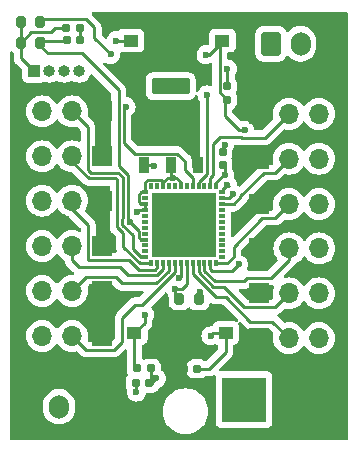
<source format=gbr>
%TF.GenerationSoftware,KiCad,Pcbnew,8.0.4-8.0.4-0~ubuntu22.04.1*%
%TF.CreationDate,2024-08-07T00:11:22+05:30*%
%TF.ProjectId,esp32Shield,65737033-3253-4686-9965-6c642e6b6963,rev?*%
%TF.SameCoordinates,Original*%
%TF.FileFunction,Copper,L1,Top*%
%TF.FilePolarity,Positive*%
%FSLAX46Y46*%
G04 Gerber Fmt 4.6, Leading zero omitted, Abs format (unit mm)*
G04 Created by KiCad (PCBNEW 8.0.4-8.0.4-0~ubuntu22.04.1) date 2024-08-07 00:11:22*
%MOMM*%
%LPD*%
G01*
G04 APERTURE LIST*
G04 Aperture macros list*
%AMRoundRect*
0 Rectangle with rounded corners*
0 $1 Rounding radius*
0 $2 $3 $4 $5 $6 $7 $8 $9 X,Y pos of 4 corners*
0 Add a 4 corners polygon primitive as box body*
4,1,4,$2,$3,$4,$5,$6,$7,$8,$9,$2,$3,0*
0 Add four circle primitives for the rounded corners*
1,1,$1+$1,$2,$3*
1,1,$1+$1,$4,$5*
1,1,$1+$1,$6,$7*
1,1,$1+$1,$8,$9*
0 Add four rect primitives between the rounded corners*
20,1,$1+$1,$2,$3,$4,$5,0*
20,1,$1+$1,$4,$5,$6,$7,0*
20,1,$1+$1,$6,$7,$8,$9,0*
20,1,$1+$1,$8,$9,$2,$3,0*%
G04 Aperture macros list end*
%TA.AperFunction,ComponentPad*%
%ADD10R,1.700000X1.700000*%
%TD*%
%TA.AperFunction,ComponentPad*%
%ADD11O,1.700000X1.700000*%
%TD*%
%TA.AperFunction,ComponentPad*%
%ADD12R,3.800000X3.800000*%
%TD*%
%TA.AperFunction,ComponentPad*%
%ADD13C,3.800000*%
%TD*%
%TA.AperFunction,SMDPad,CuDef*%
%ADD14RoundRect,0.155000X-0.212500X-0.155000X0.212500X-0.155000X0.212500X0.155000X-0.212500X0.155000X0*%
%TD*%
%TA.AperFunction,SMDPad,CuDef*%
%ADD15RoundRect,0.069750X0.395250X-0.585250X0.395250X0.585250X-0.395250X0.585250X-0.395250X-0.585250X0*%
%TD*%
%TA.AperFunction,SMDPad,CuDef*%
%ADD16RoundRect,0.098250X1.521750X-0.556750X1.521750X0.556750X-1.521750X0.556750X-1.521750X-0.556750X0*%
%TD*%
%TA.AperFunction,ComponentPad*%
%ADD17RoundRect,0.250000X-0.600000X-0.750000X0.600000X-0.750000X0.600000X0.750000X-0.600000X0.750000X0*%
%TD*%
%TA.AperFunction,ComponentPad*%
%ADD18O,1.700000X2.000000*%
%TD*%
%TA.AperFunction,SMDPad,CuDef*%
%ADD19RoundRect,0.200000X-0.200000X-0.275000X0.200000X-0.275000X0.200000X0.275000X-0.200000X0.275000X0*%
%TD*%
%TA.AperFunction,SMDPad,CuDef*%
%ADD20R,5.400000X5.400000*%
%TD*%
%TA.AperFunction,SMDPad,CuDef*%
%ADD21RoundRect,0.043750X-0.131250X-0.181250X0.131250X-0.181250X0.131250X0.181250X-0.131250X0.181250X0*%
%TD*%
%TA.AperFunction,SMDPad,CuDef*%
%ADD22RoundRect,0.043750X-0.181250X-0.131250X0.181250X-0.131250X0.181250X0.131250X-0.181250X0.131250X0*%
%TD*%
%TA.AperFunction,SMDPad,CuDef*%
%ADD23RoundRect,0.155000X0.155000X-0.212500X0.155000X0.212500X-0.155000X0.212500X-0.155000X-0.212500X0*%
%TD*%
%TA.AperFunction,SMDPad,CuDef*%
%ADD24R,1.250000X1.000000*%
%TD*%
%TA.AperFunction,ComponentPad*%
%ADD25RoundRect,0.250000X0.600000X0.750000X-0.600000X0.750000X-0.600000X-0.750000X0.600000X-0.750000X0*%
%TD*%
%TA.AperFunction,ComponentPad*%
%ADD26R,1.000000X1.000000*%
%TD*%
%TA.AperFunction,ComponentPad*%
%ADD27O,1.000000X1.000000*%
%TD*%
%TA.AperFunction,ViaPad*%
%ADD28C,0.600000*%
%TD*%
%TA.AperFunction,Conductor*%
%ADD29C,0.250000*%
%TD*%
G04 APERTURE END LIST*
D10*
%TO.P,M10,1,Pin_1*%
%TO.N,+5V*%
X165875000Y-78250000D03*
D11*
%TO.P,M10,2,Pin_2*%
%TO.N,PWM10*%
X168415000Y-78250000D03*
%TO.P,M10,3,Pin_3*%
%TO.N,GND*%
X170955000Y-78250000D03*
%TD*%
D12*
%TO.P,J1,1,1*%
%TO.N,GND*%
X164600000Y-94800000D03*
D13*
%TO.P,J1,2,2*%
%TO.N,+5V*%
X169600000Y-94800000D03*
%TD*%
D10*
%TO.P,M2,1,Pin_1*%
%TO.N,+5V*%
X152600000Y-74200000D03*
D11*
%TO.P,M2,2,Pin_2*%
%TO.N,PWM2*%
X150060000Y-74200000D03*
%TO.P,M2,3,Pin_3*%
%TO.N,GND*%
X147520000Y-74200000D03*
%TD*%
D14*
%TO.P,C6,1*%
%TO.N,+3.3V*%
X149552500Y-63330000D03*
%TO.P,C6,2*%
%TO.N,GND*%
X150687500Y-63330000D03*
%TD*%
D10*
%TO.P,M11,1,Pin_1*%
%TO.N,+5V*%
X165875000Y-74400000D03*
D11*
%TO.P,M11,2,Pin_2*%
%TO.N,PWM11*%
X168415000Y-74400000D03*
%TO.P,M11,3,Pin_3*%
%TO.N,GND*%
X170955000Y-74400000D03*
%TD*%
D10*
%TO.P,M6,1,Pin_1*%
%TO.N,+5V*%
X152600000Y-89400000D03*
D11*
%TO.P,M6,2,Pin_2*%
%TO.N,PWM6*%
X150060000Y-89400000D03*
%TO.P,M6,3,Pin_3*%
%TO.N,GND*%
X147520000Y-89400000D03*
%TD*%
D15*
%TO.P,U2,1,GND/ADJ*%
%TO.N,GND*%
X156110000Y-74945000D03*
%TO.P,U2,2,VOUT*%
%TO.N,+3.3V*%
X158400000Y-74945000D03*
%TO.P,U2,3,VIN*%
%TO.N,+5V*%
X160690000Y-74945000D03*
D16*
%TO.P,U2,4*%
%TO.N,N/C*%
X158400000Y-68255000D03*
%TD*%
D10*
%TO.P,M8,1,Pin_1*%
%TO.N,+5V*%
X165875000Y-85800000D03*
D11*
%TO.P,M8,2,Pin_2*%
%TO.N,PWM8*%
X168415000Y-85800000D03*
%TO.P,M8,3,Pin_3*%
%TO.N,GND*%
X170955000Y-85800000D03*
%TD*%
D17*
%TO.P,J4,1,Pin_1*%
%TO.N,SDA*%
X166900000Y-64675000D03*
D18*
%TO.P,J4,2,Pin_2*%
%TO.N,SCL*%
X169400000Y-64675000D03*
%TD*%
D10*
%TO.P,M5,1,Pin_1*%
%TO.N,+5V*%
X152600000Y-85600000D03*
D11*
%TO.P,M5,2,Pin_2*%
%TO.N,PWM5*%
X150060000Y-85600000D03*
%TO.P,M5,3,Pin_3*%
%TO.N,GND*%
X147520000Y-85600000D03*
%TD*%
D10*
%TO.P,M9,1,Pin_1*%
%TO.N,+5V*%
X165920000Y-82000000D03*
D11*
%TO.P,M9,2,Pin_2*%
%TO.N,PWM9*%
X168460000Y-82000000D03*
%TO.P,M9,3,Pin_3*%
%TO.N,GND*%
X171000000Y-82000000D03*
%TD*%
D19*
%TO.P,R1,1*%
%TO.N,+3.3V*%
X159145000Y-86280000D03*
%TO.P,R1,2*%
%TO.N,IO12*%
X160795000Y-86280000D03*
%TD*%
D10*
%TO.P,M3,1,Pin_1*%
%TO.N,+5V*%
X152600000Y-77950000D03*
D11*
%TO.P,M3,2,Pin_2*%
%TO.N,PWM3*%
X150060000Y-77950000D03*
%TO.P,M3,3,Pin_3*%
%TO.N,GND*%
X147520000Y-77950000D03*
%TD*%
D14*
%TO.P,C4,1*%
%TO.N,+3.3V*%
X155465000Y-93400000D03*
%TO.P,C4,2*%
%TO.N,GND*%
X156600000Y-93400000D03*
%TD*%
D19*
%TO.P,R2,1*%
%TO.N,+3.3V*%
X145705000Y-62820000D03*
%TO.P,R2,2*%
%TO.N,boot*%
X147355000Y-62820000D03*
%TD*%
D20*
%TO.P,U1,49,GND*%
%TO.N,GND*%
X159512500Y-80000000D03*
D21*
%TO.P,U1,48,CAP1_NC*%
%TO.N,unconnected-(U1-CAP1_NC-Pad48)*%
X156762500Y-76735000D03*
%TO.P,U1,47,CAP2_NC*%
%TO.N,unconnected-(U1-CAP2_NC-Pad47)*%
X157262500Y-76735000D03*
%TO.P,U1,46,VDDA*%
%TO.N,+3.3V*%
X157762500Y-76735000D03*
%TO.P,U1,45,XTAL_P_NC*%
%TO.N,unconnected-(U1-XTAL_P_NC-Pad45)*%
X158262500Y-76735000D03*
%TO.P,U1,44,XTAL_N_NC*%
%TO.N,unconnected-(U1-XTAL_N_NC-Pad44)*%
X158762500Y-76735000D03*
%TO.P,U1,43,VDDA*%
%TO.N,+3.3V*%
X159262500Y-76735000D03*
%TO.P,U1,42,IO21*%
%TO.N,unconnected-(U1-IO21-Pad42)*%
X159762500Y-76735000D03*
%TO.P,U1,41,U0TXD*%
%TO.N,TX*%
X160262500Y-76735000D03*
%TO.P,U1,40,U0RXD*%
%TO.N,RX*%
X160762500Y-76735000D03*
%TO.P,U1,39,IO22*%
%TO.N,unconnected-(U1-IO22-Pad39)*%
X161262500Y-76735000D03*
%TO.P,U1,38,IO19*%
%TO.N,PWM12*%
X161762500Y-76735000D03*
%TO.P,U1,37,VDD3P3_CPU*%
%TO.N,+3.3V*%
X162262500Y-76735000D03*
D22*
%TO.P,U1,36,IO23*%
%TO.N,SDA*%
X162777500Y-77250000D03*
%TO.P,U1,35,IO18*%
%TO.N,SCL*%
X162777500Y-77750000D03*
%TO.P,U1,34,IO5*%
%TO.N,PWM11*%
X162777500Y-78250000D03*
%TO.P,U1,33,SD1*%
%TO.N,unconnected-(U1-SD1-Pad33)*%
X162777500Y-78750000D03*
%TO.P,U1,32,SD0*%
%TO.N,unconnected-(U1-SD0-Pad32)*%
X162777500Y-79250000D03*
%TO.P,U1,31,CLK*%
%TO.N,unconnected-(U1-CLK-Pad31)*%
X162777500Y-79750000D03*
%TO.P,U1,30,CMD*%
%TO.N,unconnected-(U1-CMD-Pad30)*%
X162777500Y-80250000D03*
%TO.P,U1,29,SD3*%
%TO.N,unconnected-(U1-SD3-Pad29)*%
X162777500Y-80750000D03*
%TO.P,U1,28,SD2*%
%TO.N,unconnected-(U1-SD2-Pad28)*%
X162777500Y-81250000D03*
%TO.P,U1,27,IO17*%
%TO.N,unconnected-(U1-IO17-Pad27)*%
X162777500Y-81750000D03*
%TO.P,U1,26,VDD_SDIO*%
%TO.N,unconnected-(U1-VDD_SDIO-Pad26)*%
X162777500Y-82250000D03*
%TO.P,U1,25,IO16*%
%TO.N,unconnected-(U1-IO16-Pad25)*%
X162777500Y-82750000D03*
D21*
%TO.P,U1,24,IO4*%
%TO.N,PWM10*%
X162262500Y-83265000D03*
%TO.P,U1,23,IO0*%
%TO.N,boot*%
X161762500Y-83265000D03*
%TO.P,U1,22,IO2*%
%TO.N,PWM9*%
X161262500Y-83265000D03*
%TO.P,U1,21,IO15*%
%TO.N,PWM8*%
X160762500Y-83265000D03*
%TO.P,U1,20,IO13*%
%TO.N,PWM7*%
X160262500Y-83265000D03*
%TO.P,U1,19,VDD3P3_RTC*%
%TO.N,+3.3V*%
X159762500Y-83265000D03*
%TO.P,U1,18,IO12*%
%TO.N,IO12*%
X159262500Y-83265000D03*
%TO.P,U1,17,IO14*%
%TO.N,PWM6*%
X158762500Y-83265000D03*
%TO.P,U1,16,IO27*%
%TO.N,PWM5*%
X158262500Y-83265000D03*
%TO.P,U1,15,IO26*%
%TO.N,PWM4*%
X157762500Y-83265000D03*
%TO.P,U1,14,IO25*%
%TO.N,PWM3*%
X157262500Y-83265000D03*
%TO.P,U1,13,IO33*%
%TO.N,PWM2*%
X156762500Y-83265000D03*
D22*
%TO.P,U1,12,IO32*%
%TO.N,PWM1*%
X156247500Y-82750000D03*
%TO.P,U1,11,IO35*%
%TO.N,unconnected-(U1-IO35-Pad11)*%
X156247500Y-82250000D03*
%TO.P,U1,10,IO34*%
%TO.N,unconnected-(U1-IO34-Pad10)*%
X156247500Y-81750000D03*
%TO.P,U1,9,EN*%
%TO.N,reset*%
X156247500Y-81250000D03*
%TO.P,U1,8,SENSOR_VN*%
%TO.N,unconnected-(U1-SENSOR_VN-Pad8)*%
X156247500Y-80750000D03*
%TO.P,U1,7,SENSOR_CAPN*%
%TO.N,unconnected-(U1-SENSOR_CAPN-Pad7)*%
X156247500Y-80250000D03*
%TO.P,U1,6,SENSOR_CAPP*%
%TO.N,unconnected-(U1-SENSOR_CAPP-Pad6)*%
X156247500Y-79750000D03*
%TO.P,U1,5,SENSOR_VP*%
%TO.N,unconnected-(U1-SENSOR_VP-Pad5)*%
X156247500Y-79250000D03*
%TO.P,U1,4,VDDA3P3*%
%TO.N,+3.3V*%
X156247500Y-78750000D03*
%TO.P,U1,3,VDDA3P3*%
X156247500Y-78250000D03*
%TO.P,U1,2,LNA_IN*%
%TO.N,unconnected-(U1-LNA_IN-Pad2)*%
X156247500Y-77750000D03*
%TO.P,U1,1,VDDA*%
%TO.N,+3.3V*%
X156247500Y-77250000D03*
%TD*%
D14*
%TO.P,C2,1*%
%TO.N,reset*%
X155562500Y-92150000D03*
%TO.P,C2,2*%
%TO.N,GND*%
X156697500Y-92150000D03*
%TD*%
D10*
%TO.P,M7,1,Pin_1*%
%TO.N,+5V*%
X165875000Y-89600000D03*
D11*
%TO.P,M7,2,Pin_2*%
%TO.N,PWM7*%
X168415000Y-89600000D03*
%TO.P,M7,3,Pin_3*%
%TO.N,GND*%
X170955000Y-89600000D03*
%TD*%
D10*
%TO.P,M4,1,Pin_1*%
%TO.N,+5V*%
X152600000Y-81800000D03*
D11*
%TO.P,M4,2,Pin_2*%
%TO.N,PWM4*%
X150060000Y-81800000D03*
%TO.P,M4,3,Pin_3*%
%TO.N,GND*%
X147520000Y-81800000D03*
%TD*%
D14*
%TO.P,C5,1*%
%TO.N,reset*%
X149592500Y-64380000D03*
%TO.P,C5,2*%
%TO.N,GND*%
X150727500Y-64380000D03*
%TD*%
D23*
%TO.P,C1,1*%
%TO.N,+3.3V*%
X162800000Y-74935000D03*
%TO.P,C1,2*%
%TO.N,GND*%
X162800000Y-73800000D03*
%TD*%
D24*
%TO.P,SW1,1,1*%
%TO.N,GND*%
X163070000Y-89150000D03*
%TO.P,SW1,2,2*%
%TO.N,reset*%
X155320000Y-89150000D03*
%TD*%
D10*
%TO.P,M12,1,Pin_1*%
%TO.N,+5V*%
X165875000Y-70600000D03*
D11*
%TO.P,M12,2,Pin_2*%
%TO.N,PWM12*%
X168415000Y-70600000D03*
%TO.P,M12,3,Pin_3*%
%TO.N,GND*%
X170955000Y-70600000D03*
%TD*%
D25*
%TO.P,J3,1,Pin_1*%
%TO.N,+5V*%
X151450000Y-95400000D03*
D18*
%TO.P,J3,2,Pin_2*%
%TO.N,GND*%
X148950000Y-95400000D03*
%TD*%
D23*
%TO.P,C3,1*%
%TO.N,boot*%
X163200000Y-69400000D03*
%TO.P,C3,2*%
%TO.N,GND*%
X163200000Y-68265000D03*
%TD*%
D10*
%TO.P,M1,1,Pin_1*%
%TO.N,+5V*%
X152600000Y-70400000D03*
D11*
%TO.P,M1,2,Pin_2*%
%TO.N,PWM1*%
X150060000Y-70400000D03*
%TO.P,M1,3,Pin_3*%
%TO.N,GND*%
X147520000Y-70400000D03*
%TD*%
D26*
%TO.P,J2,1,Pin_1*%
%TO.N,+3.3V*%
X146850000Y-66960000D03*
D27*
%TO.P,J2,2,Pin_2*%
%TO.N,TX*%
X148120000Y-66960000D03*
%TO.P,J2,3,Pin_3*%
%TO.N,RX*%
X149390000Y-66960000D03*
%TO.P,J2,4,Pin_4*%
%TO.N,GND*%
X150660000Y-66960000D03*
%TD*%
D19*
%TO.P,R3,1*%
%TO.N,+3.3V*%
X145725000Y-64580000D03*
%TO.P,R3,2*%
%TO.N,reset*%
X147375000Y-64580000D03*
%TD*%
D24*
%TO.P,SW2,1,1*%
%TO.N,GND*%
X155035000Y-64400000D03*
%TO.P,SW2,2,2*%
%TO.N,boot*%
X162785000Y-64400000D03*
%TD*%
D14*
%TO.P,C7,1*%
%TO.N,+5V*%
X159502500Y-92180000D03*
%TO.P,C7,2*%
%TO.N,GND*%
X160637500Y-92180000D03*
%TD*%
D28*
%TO.N,SCL*%
X163690044Y-77400000D03*
%TO.N,SDA*%
X163200000Y-76600000D03*
%TO.N,IO12*%
X159127888Y-84527888D03*
X160886688Y-85679760D03*
%TO.N,reset*%
X154944391Y-79749112D03*
X156200000Y-87600000D03*
%TO.N,boot*%
X164675000Y-72000000D03*
X161400000Y-65600000D03*
X153310000Y-65580000D03*
X164150000Y-83350000D03*
%TO.N,TX*%
X154625000Y-70000000D03*
%TO.N,RX*%
X161480000Y-69000000D03*
%TO.N,GND*%
X157000000Y-75000000D03*
X159400000Y-80000000D03*
X157200000Y-93000000D03*
X162975000Y-73225000D03*
X150720000Y-64380000D03*
X163200000Y-66800000D03*
X153800000Y-64400000D03*
X161800000Y-89400000D03*
%TO.N,+3.3V*%
X158600000Y-76000000D03*
X162975000Y-75758058D03*
X155500000Y-94170000D03*
X155569391Y-78895803D03*
X158800000Y-85400000D03*
%TD*%
D29*
%TO.N,SCL*%
X162777500Y-77750000D02*
X163340044Y-77750000D01*
X163340044Y-77750000D02*
X163690044Y-77400000D01*
%TO.N,SDA*%
X162777500Y-77022500D02*
X163200000Y-76600000D01*
X162777500Y-77250000D02*
X162777500Y-77022500D01*
X163327500Y-76727500D02*
X163200000Y-76600000D01*
%TO.N,IO12*%
X159262500Y-84393276D02*
X159127888Y-84527888D01*
X159262500Y-83265000D02*
X159262500Y-84393276D01*
X161000000Y-86200000D02*
X161000000Y-85793072D01*
X160886688Y-85679760D02*
X160886688Y-86188312D01*
X161000000Y-85793072D02*
X160886688Y-85679760D01*
X160886688Y-86188312D02*
X160795000Y-86280000D01*
%TO.N,reset*%
X150870000Y-65470000D02*
X150360000Y-65470000D01*
X148020000Y-65470000D02*
X150360000Y-65470000D01*
X147375000Y-64825000D02*
X148020000Y-65470000D01*
X154000000Y-68600000D02*
X154000000Y-75000000D01*
X147375000Y-64580000D02*
X147375000Y-64825000D01*
X149562500Y-64410000D02*
X149592500Y-64380000D01*
X155697500Y-81035204D02*
X155697500Y-80502221D01*
X156247500Y-81250000D02*
X155912296Y-81250000D01*
X155325000Y-89200000D02*
X155325000Y-91925000D01*
X155697500Y-80502221D02*
X154944391Y-79749112D01*
X154800000Y-75800000D02*
X154800000Y-79604721D01*
X155912296Y-81250000D02*
X155697500Y-81035204D01*
X156200000Y-87600000D02*
X156200000Y-88325000D01*
X154000000Y-75000000D02*
X154800000Y-75800000D01*
X147575000Y-64825000D02*
X147575000Y-64200000D01*
X154000000Y-68600000D02*
X150870000Y-65470000D01*
X154800000Y-79604721D02*
X154944391Y-79749112D01*
X155325000Y-91925000D02*
X155600000Y-92200000D01*
X147395000Y-64410000D02*
X149562500Y-64410000D01*
X156200000Y-88325000D02*
X155325000Y-89200000D01*
%TO.N,boot*%
X161675000Y-65600000D02*
X162875000Y-64400000D01*
X151930000Y-63280000D02*
X151930000Y-64200000D01*
X163600000Y-83900000D02*
X161900000Y-83900000D01*
X162875000Y-64400000D02*
X162565000Y-64710000D01*
X147355000Y-62820000D02*
X147575000Y-62600000D01*
X161900000Y-83900000D02*
X161762500Y-83762500D01*
X161762500Y-83762500D02*
X161762500Y-83265000D01*
X162565000Y-68765000D02*
X163200000Y-69400000D01*
X151250000Y-62600000D02*
X151930000Y-63280000D01*
X147575000Y-62600000D02*
X151250000Y-62600000D01*
X164675000Y-72000000D02*
X164225000Y-72000000D01*
X163000000Y-70775000D02*
X163000000Y-69600000D01*
X161400000Y-65600000D02*
X161675000Y-65600000D01*
X164150000Y-83350000D02*
X163600000Y-83900000D01*
X163000000Y-69600000D02*
X163200000Y-69400000D01*
X164225000Y-72000000D02*
X163000000Y-70775000D01*
X162565000Y-64710000D02*
X162565000Y-68765000D01*
X147575000Y-62687500D02*
X147487500Y-62600000D01*
X151930000Y-64200000D02*
X153310000Y-65580000D01*
X147375000Y-62850000D02*
X147375000Y-63015000D01*
%TO.N,TX*%
X160262500Y-76058194D02*
X160262500Y-76735000D01*
X154450000Y-73050000D02*
X155365000Y-73965000D01*
X159600000Y-75395694D02*
X160262500Y-76058194D01*
X154625000Y-70000000D02*
X154450000Y-70175000D01*
X154450000Y-70175000D02*
X154450000Y-73050000D01*
X155365000Y-73965000D02*
X158960694Y-73965000D01*
X159600000Y-74604306D02*
X159600000Y-75395694D01*
X158960694Y-73965000D02*
X159600000Y-74604306D01*
%TO.N,RX*%
X161480000Y-69000000D02*
X161480000Y-75695694D01*
X161480000Y-75695694D02*
X161250694Y-75925000D01*
X149390000Y-67000000D02*
X149200000Y-67000000D01*
X161237296Y-75925000D02*
X160762500Y-76399796D01*
X160762500Y-76399796D02*
X160762500Y-76735000D01*
X161250694Y-75925000D02*
X161237296Y-75925000D01*
%TO.N,GND*%
X160637500Y-92180000D02*
X161650000Y-92180000D01*
X163075000Y-89200000D02*
X162000000Y-89200000D01*
X159512500Y-80000000D02*
X159400000Y-80000000D01*
X155125000Y-64400000D02*
X153800000Y-64400000D01*
X156735000Y-92200000D02*
X156735000Y-93265000D01*
X156800000Y-93400000D02*
X157200000Y-93000000D01*
X156110000Y-74945000D02*
X156945000Y-74945000D01*
X156735000Y-93265000D02*
X156600000Y-93400000D01*
X162800000Y-73800000D02*
X162800000Y-73400000D01*
X163200000Y-68265000D02*
X163200000Y-66800000D01*
X150687500Y-63330000D02*
X150687500Y-64340000D01*
X163070000Y-90760000D02*
X163070000Y-89150000D01*
X156600000Y-93400000D02*
X156800000Y-93400000D01*
X156255000Y-74945000D02*
X156200000Y-75000000D01*
X162800000Y-73400000D02*
X162975000Y-73225000D01*
X162000000Y-89200000D02*
X161800000Y-89400000D01*
X150687500Y-64340000D02*
X150727500Y-64380000D01*
X161650000Y-92180000D02*
X163070000Y-90760000D01*
X156945000Y-74945000D02*
X157000000Y-75000000D01*
%TO.N,+3.3V*%
X145745000Y-64545000D02*
X145745000Y-64410000D01*
X156247500Y-77250000D02*
X155912296Y-77250000D01*
X145725000Y-63070000D02*
X145735000Y-63060000D01*
X145725000Y-64390000D02*
X145745000Y-64410000D01*
X158600000Y-76000000D02*
X158162296Y-76000000D01*
X156247500Y-78250000D02*
X156247500Y-78750000D01*
X157762500Y-76399796D02*
X157547704Y-76185000D01*
X155500000Y-93435000D02*
X155465000Y-93400000D01*
X158862704Y-76000000D02*
X159262500Y-76399796D01*
X156247500Y-76414796D02*
X156247500Y-77250000D01*
X155912296Y-78250000D02*
X156247500Y-78250000D01*
X158800000Y-85400000D02*
X158800000Y-85825000D01*
X155912296Y-77250000D02*
X155697500Y-77464796D01*
X155697500Y-78035204D02*
X155912296Y-78250000D01*
X156477296Y-76185000D02*
X156247500Y-76414796D01*
X155697500Y-77464796D02*
X155697500Y-78035204D01*
X162904238Y-75758058D02*
X162262500Y-76399796D01*
X148280000Y-63700000D02*
X148650000Y-63330000D01*
X155715194Y-78750000D02*
X156247500Y-78750000D01*
X145725000Y-64580000D02*
X146605000Y-63700000D01*
X159400000Y-85400000D02*
X158800000Y-85400000D01*
X157762500Y-76735000D02*
X157762500Y-76399796D01*
X162975000Y-75110000D02*
X162800000Y-74935000D01*
X158600000Y-76000000D02*
X158862704Y-76000000D01*
X145735000Y-63060000D02*
X145735000Y-62765000D01*
X146605000Y-63700000D02*
X148280000Y-63700000D01*
X145725000Y-64580000D02*
X145725000Y-63070000D01*
X158400000Y-75800000D02*
X158400000Y-74945000D01*
X146850000Y-67000000D02*
X145725000Y-65875000D01*
X159762500Y-83265000D02*
X159762500Y-85037500D01*
X158600000Y-76000000D02*
X158400000Y-75800000D01*
X148650000Y-63330000D02*
X149552500Y-63330000D01*
X158800000Y-85825000D02*
X159175000Y-86200000D01*
X159762500Y-85037500D02*
X159400000Y-85400000D01*
X155500000Y-94170000D02*
X155500000Y-93435000D01*
X159262500Y-76399796D02*
X159262500Y-76735000D01*
X145725000Y-65875000D02*
X145725000Y-64580000D01*
X155569391Y-78895803D02*
X155715194Y-78750000D01*
X162975000Y-75758058D02*
X162904238Y-75758058D01*
X157547704Y-76185000D02*
X156477296Y-76185000D01*
X162262500Y-76399796D02*
X162262500Y-76735000D01*
X158162296Y-76000000D02*
X157762500Y-76399796D01*
X162975000Y-75758058D02*
X162975000Y-75110000D01*
%TO.N,PWM1*%
X154350000Y-79459619D02*
X154319391Y-79490228D01*
X155912296Y-82750000D02*
X156247500Y-82750000D01*
X154319391Y-79490228D02*
X154319391Y-80007996D01*
X151400000Y-71740000D02*
X151400000Y-75350000D01*
X151400000Y-75350000D02*
X151650000Y-75600000D01*
X153963604Y-75600000D02*
X154350000Y-75986396D01*
X155200000Y-82037704D02*
X155912296Y-82750000D01*
X155200000Y-80888605D02*
X155200000Y-82037704D01*
X151650000Y-75600000D02*
X153963604Y-75600000D01*
X150060000Y-70400000D02*
X151400000Y-71740000D01*
X154350000Y-75986396D02*
X154350000Y-79459619D01*
X154319391Y-80007996D02*
X155200000Y-80888605D01*
%TO.N,PWM2*%
X151450000Y-76050000D02*
X153777208Y-76050000D01*
X154400000Y-80725001D02*
X154400000Y-81874100D01*
X153869391Y-80194392D02*
X154400000Y-80725001D01*
X153900000Y-79273223D02*
X153869391Y-79303832D01*
X154400000Y-81874100D02*
X155790900Y-83265000D01*
X150060000Y-74200000D02*
X150060000Y-74660000D01*
X155790900Y-83265000D02*
X156762500Y-83265000D01*
X153900000Y-76172792D02*
X153900000Y-79273223D01*
X153869391Y-79303832D02*
X153869391Y-80194392D01*
X150060000Y-74660000D02*
X151450000Y-76050000D01*
X153777208Y-76050000D02*
X153900000Y-76172792D01*
%TO.N,PWM3*%
X157262500Y-83265000D02*
X157262500Y-83600204D01*
X155704504Y-83815000D02*
X154864504Y-82975000D01*
X150060000Y-78660000D02*
X150060000Y-77950000D01*
X151425000Y-82975000D02*
X151425000Y-80025000D01*
X157262500Y-83600204D02*
X157047704Y-83815000D01*
X157047704Y-83815000D02*
X155704504Y-83815000D01*
X151425000Y-80025000D02*
X150060000Y-78660000D01*
X154864504Y-82975000D02*
X151425000Y-82975000D01*
%TO.N,PWM4*%
X154111396Y-83600000D02*
X150657919Y-83600000D01*
X150060000Y-83002081D02*
X150060000Y-81800000D01*
X150657919Y-83600000D02*
X150060000Y-83002081D01*
X157762500Y-83265000D02*
X157762500Y-83736600D01*
X157234100Y-84265000D02*
X154776396Y-84265000D01*
X154776396Y-84265000D02*
X154111396Y-83600000D01*
X157762500Y-83736600D02*
X157234100Y-84265000D01*
%TO.N,PWM5*%
X157185496Y-84950000D02*
X154300000Y-84950000D01*
X158262500Y-83872996D02*
X157185496Y-84950000D01*
X153775000Y-84425000D02*
X151235000Y-84425000D01*
X158262500Y-83265000D02*
X158262500Y-83872996D01*
X154300000Y-84950000D02*
X153775000Y-84425000D01*
X151235000Y-84425000D02*
X150060000Y-85600000D01*
%TO.N,PWM6*%
X154267500Y-89907500D02*
X154307500Y-89867500D01*
X150060000Y-89400000D02*
X151235000Y-90575000D01*
X154307500Y-87867500D02*
X155400000Y-86775000D01*
X158762500Y-84009392D02*
X158762500Y-83265000D01*
X155996892Y-86775000D02*
X158762500Y-84009392D01*
X154307500Y-89867500D02*
X154307500Y-87867500D01*
X151235000Y-90575000D02*
X153600000Y-90575000D01*
X155400000Y-86775000D02*
X155996892Y-86775000D01*
X153600000Y-90575000D02*
X154267500Y-89907500D01*
%TO.N,PWM7*%
X165160000Y-88200000D02*
X167015000Y-88200000D01*
X163070000Y-86110000D02*
X162200812Y-86110000D01*
X160262500Y-84171688D02*
X160262500Y-83265000D01*
X163070000Y-86110000D02*
X165160000Y-88200000D01*
X167015000Y-88200000D02*
X168415000Y-89600000D01*
X162200812Y-86110000D02*
X160262500Y-84171688D01*
%TO.N,PWM8*%
X164645000Y-86975000D02*
X167240000Y-86975000D01*
X162920000Y-85250000D02*
X164645000Y-86975000D01*
X167240000Y-86975000D02*
X168415000Y-85800000D01*
X160762500Y-83265000D02*
X160762500Y-84035292D01*
X161977208Y-85250000D02*
X162920000Y-85250000D01*
X160762500Y-84035292D02*
X161977208Y-85250000D01*
%TO.N,PWM9*%
X161262500Y-83265000D02*
X161262500Y-83898896D01*
X161262500Y-83898896D02*
X162163604Y-84800000D01*
X164600000Y-84800000D02*
X164900000Y-84500000D01*
X162163604Y-84800000D02*
X162600000Y-84800000D01*
X164900000Y-84500000D02*
X166900000Y-84500000D01*
X166900000Y-84500000D02*
X168415000Y-82985000D01*
X168415000Y-82985000D02*
X168415000Y-82000000D01*
X162600000Y-84800000D02*
X164600000Y-84800000D01*
%TO.N,PWM10*%
X162262500Y-83265000D02*
X163195000Y-83265000D01*
X163740000Y-82720000D02*
X163740000Y-81860000D01*
X163195000Y-83265000D02*
X163740000Y-82720000D01*
X163740000Y-81860000D02*
X166175000Y-79425000D01*
X167240000Y-79425000D02*
X168415000Y-78250000D01*
X166175000Y-79425000D02*
X167240000Y-79425000D01*
%TO.N,PWM11*%
X163723928Y-78250000D02*
X162777500Y-78250000D01*
X168415000Y-74400000D02*
X167240000Y-75575000D01*
X167240000Y-75575000D02*
X166340044Y-75575000D01*
X166340044Y-75575000D02*
X164315044Y-77600000D01*
X164315044Y-77600000D02*
X164315044Y-77658884D01*
X164315044Y-77658884D02*
X163723928Y-78250000D01*
%TO.N,PWM12*%
X164391116Y-72600000D02*
X164416116Y-72625000D01*
X164416116Y-72625000D02*
X166390000Y-72625000D01*
X161762500Y-76735000D02*
X161762500Y-76049590D01*
X161762500Y-76049590D02*
X162000000Y-75812090D01*
X162600000Y-72600000D02*
X164391116Y-72600000D01*
X162000000Y-73200000D02*
X162600000Y-72600000D01*
X162000000Y-75812090D02*
X162000000Y-73200000D01*
X166390000Y-72625000D02*
X168415000Y-70600000D01*
%TD*%
%TA.AperFunction,Conductor*%
%TO.N,+5V*%
G36*
X173342539Y-62020185D02*
G01*
X173388294Y-62072989D01*
X173399500Y-62124500D01*
X173399500Y-98075500D01*
X173379815Y-98142539D01*
X173327011Y-98188294D01*
X173275500Y-98199500D01*
X144924500Y-98199500D01*
X144857461Y-98179815D01*
X144811706Y-98127011D01*
X144800500Y-98075500D01*
X144800500Y-95143713D01*
X147599500Y-95143713D01*
X147599500Y-95656286D01*
X147619094Y-95780001D01*
X147632754Y-95866243D01*
X147694228Y-96055441D01*
X147698444Y-96068414D01*
X147794951Y-96257820D01*
X147919890Y-96429786D01*
X148070213Y-96580109D01*
X148242179Y-96705048D01*
X148242181Y-96705049D01*
X148242184Y-96705051D01*
X148431588Y-96801557D01*
X148633757Y-96867246D01*
X148843713Y-96900500D01*
X148843714Y-96900500D01*
X149056286Y-96900500D01*
X149056287Y-96900500D01*
X149266243Y-96867246D01*
X149468412Y-96801557D01*
X149657816Y-96705051D01*
X149690424Y-96681360D01*
X149829786Y-96580109D01*
X149829788Y-96580106D01*
X149829792Y-96580104D01*
X149980104Y-96429792D01*
X149980106Y-96429788D01*
X149980109Y-96429786D01*
X150105048Y-96257820D01*
X150105047Y-96257820D01*
X150105051Y-96257816D01*
X150201557Y-96068412D01*
X150267246Y-95866243D01*
X150280906Y-95779998D01*
X157724569Y-95779998D01*
X157724569Y-95780001D01*
X157744269Y-96055442D01*
X157744270Y-96055449D01*
X157773110Y-96188022D01*
X157802968Y-96325274D01*
X157841949Y-96429786D01*
X157899470Y-96584008D01*
X157899472Y-96584012D01*
X158031808Y-96826367D01*
X158031813Y-96826375D01*
X158197292Y-97047430D01*
X158197308Y-97047448D01*
X158392551Y-97242691D01*
X158392569Y-97242707D01*
X158613624Y-97408186D01*
X158613632Y-97408191D01*
X158855987Y-97540527D01*
X158855991Y-97540529D01*
X158855993Y-97540530D01*
X159114726Y-97637032D01*
X159384559Y-97695731D01*
X159638781Y-97713913D01*
X159659999Y-97715431D01*
X159660000Y-97715431D01*
X159660001Y-97715431D01*
X159679701Y-97714021D01*
X159935441Y-97695731D01*
X160205274Y-97637032D01*
X160464007Y-97540530D01*
X160706373Y-97408188D01*
X160927438Y-97242701D01*
X161122701Y-97047438D01*
X161288188Y-96826373D01*
X161420530Y-96584007D01*
X161517032Y-96325274D01*
X161575731Y-96055441D01*
X161595431Y-95780000D01*
X161575731Y-95504559D01*
X161517032Y-95234726D01*
X161420530Y-94975993D01*
X161420296Y-94975565D01*
X161288191Y-94733632D01*
X161288186Y-94733624D01*
X161122707Y-94512569D01*
X161122691Y-94512551D01*
X160927448Y-94317308D01*
X160927430Y-94317292D01*
X160706375Y-94151813D01*
X160706367Y-94151808D01*
X160464012Y-94019472D01*
X160464008Y-94019470D01*
X160365917Y-93982884D01*
X160205274Y-93922968D01*
X160205270Y-93922967D01*
X160205267Y-93922966D01*
X159935449Y-93864270D01*
X159935442Y-93864269D01*
X159660001Y-93844569D01*
X159659999Y-93844569D01*
X159384557Y-93864269D01*
X159384550Y-93864270D01*
X159114732Y-93922966D01*
X159114727Y-93922967D01*
X159114726Y-93922968D01*
X159088489Y-93932754D01*
X158855991Y-94019470D01*
X158855987Y-94019472D01*
X158613632Y-94151808D01*
X158613624Y-94151813D01*
X158392569Y-94317292D01*
X158392551Y-94317308D01*
X158197308Y-94512551D01*
X158197292Y-94512569D01*
X158031813Y-94733624D01*
X158031808Y-94733632D01*
X157899472Y-94975987D01*
X157899470Y-94975991D01*
X157802966Y-95234732D01*
X157744270Y-95504550D01*
X157744269Y-95504557D01*
X157724569Y-95779998D01*
X150280906Y-95779998D01*
X150300500Y-95656287D01*
X150300500Y-95143713D01*
X150267246Y-94933757D01*
X150201557Y-94731588D01*
X150105051Y-94542184D01*
X150105049Y-94542181D01*
X150105048Y-94542179D01*
X149980109Y-94370213D01*
X149829786Y-94219890D01*
X149657820Y-94094951D01*
X149468414Y-93998444D01*
X149468413Y-93998443D01*
X149468412Y-93998443D01*
X149266243Y-93932754D01*
X149266241Y-93932753D01*
X149266240Y-93932753D01*
X149104957Y-93907208D01*
X149056287Y-93899500D01*
X148843713Y-93899500D01*
X148795042Y-93907208D01*
X148633760Y-93932753D01*
X148431585Y-93998444D01*
X148242179Y-94094951D01*
X148070213Y-94219890D01*
X147919890Y-94370213D01*
X147794951Y-94542179D01*
X147698444Y-94731585D01*
X147698443Y-94731587D01*
X147698443Y-94731588D01*
X147697779Y-94733632D01*
X147632753Y-94933760D01*
X147599500Y-95143713D01*
X144800500Y-95143713D01*
X144800500Y-65420519D01*
X144820185Y-65353480D01*
X144872989Y-65307725D01*
X144942147Y-65297781D01*
X145005703Y-65326806D01*
X145012181Y-65332838D01*
X145063181Y-65383838D01*
X145096666Y-65445161D01*
X145099500Y-65471519D01*
X145099500Y-65813393D01*
X145099500Y-65936607D01*
X145106933Y-65973975D01*
X145106933Y-65973982D01*
X145110812Y-65993479D01*
X145115632Y-66017712D01*
X145123537Y-66057451D01*
X145160683Y-66147132D01*
X145170688Y-66171286D01*
X145170690Y-66171290D01*
X145193550Y-66205501D01*
X145193551Y-66205502D01*
X145239141Y-66273732D01*
X145239144Y-66273736D01*
X145330586Y-66365178D01*
X145330608Y-66365198D01*
X145813181Y-66847771D01*
X145846666Y-66909094D01*
X145849500Y-66935452D01*
X145849500Y-67507870D01*
X145849501Y-67507876D01*
X145855908Y-67567483D01*
X145906202Y-67702328D01*
X145906206Y-67702335D01*
X145992452Y-67817544D01*
X145992455Y-67817547D01*
X146107664Y-67903793D01*
X146107671Y-67903797D01*
X146242517Y-67954091D01*
X146242516Y-67954091D01*
X146249444Y-67954835D01*
X146302127Y-67960500D01*
X147397872Y-67960499D01*
X147457483Y-67954091D01*
X147592331Y-67903796D01*
X147600379Y-67897770D01*
X147665842Y-67873351D01*
X147729474Y-67886895D01*
X147729645Y-67886483D01*
X147731875Y-67887406D01*
X147733146Y-67887677D01*
X147735273Y-67888814D01*
X147923868Y-67946024D01*
X148120000Y-67965341D01*
X148316132Y-67946024D01*
X148504727Y-67888814D01*
X148678538Y-67795910D01*
X148678544Y-67795904D01*
X148683607Y-67792523D01*
X148684703Y-67794164D01*
X148740639Y-67770405D01*
X148809507Y-67782194D01*
X148826148Y-67792888D01*
X148826393Y-67792523D01*
X148831458Y-67795907D01*
X148831462Y-67795910D01*
X148976344Y-67873351D01*
X149003147Y-67887678D01*
X149005273Y-67888814D01*
X149193868Y-67946024D01*
X149390000Y-67965341D01*
X149586132Y-67946024D01*
X149774727Y-67888814D01*
X149948538Y-67795910D01*
X149948544Y-67795904D01*
X149953607Y-67792523D01*
X149954703Y-67794164D01*
X150010639Y-67770405D01*
X150079507Y-67782194D01*
X150096148Y-67792888D01*
X150096393Y-67792523D01*
X150101458Y-67795907D01*
X150101462Y-67795910D01*
X150246344Y-67873351D01*
X150273147Y-67887678D01*
X150275273Y-67888814D01*
X150463868Y-67946024D01*
X150660000Y-67965341D01*
X150856132Y-67946024D01*
X151044727Y-67888814D01*
X151046853Y-67887678D01*
X151178060Y-67817546D01*
X151218538Y-67795910D01*
X151370883Y-67670883D01*
X151495910Y-67518538D01*
X151588814Y-67344727D01*
X151591908Y-67334527D01*
X151630200Y-67276091D01*
X151694010Y-67247631D01*
X151763078Y-67258188D01*
X151798249Y-67282840D01*
X153338181Y-68822771D01*
X153371666Y-68884094D01*
X153374500Y-68910452D01*
X153374500Y-74850500D01*
X153354815Y-74917539D01*
X153302011Y-74963294D01*
X153250500Y-74974500D01*
X152149500Y-74974500D01*
X152082461Y-74954815D01*
X152036706Y-74902011D01*
X152025500Y-74850500D01*
X152025500Y-71678393D01*
X152025499Y-71678389D01*
X152004742Y-71574034D01*
X152001463Y-71557548D01*
X151954311Y-71443714D01*
X151954310Y-71443713D01*
X151954307Y-71443707D01*
X151885858Y-71341267D01*
X151885855Y-71341263D01*
X151795637Y-71251045D01*
X151795606Y-71251016D01*
X151400237Y-70855647D01*
X151366752Y-70794324D01*
X151368143Y-70735872D01*
X151369500Y-70730809D01*
X151395063Y-70635408D01*
X151415659Y-70400000D01*
X151412561Y-70364596D01*
X151399715Y-70217768D01*
X151395063Y-70164592D01*
X151333903Y-69936337D01*
X151234035Y-69722171D01*
X151229618Y-69715862D01*
X151098494Y-69528597D01*
X150931402Y-69361506D01*
X150931395Y-69361501D01*
X150914287Y-69349522D01*
X150851716Y-69305709D01*
X150737834Y-69225967D01*
X150737830Y-69225965D01*
X150713522Y-69214630D01*
X150523663Y-69126097D01*
X150523659Y-69126096D01*
X150523655Y-69126094D01*
X150295413Y-69064938D01*
X150295403Y-69064936D01*
X150060001Y-69044341D01*
X150059999Y-69044341D01*
X149824596Y-69064936D01*
X149824586Y-69064938D01*
X149596344Y-69126094D01*
X149596335Y-69126098D01*
X149382171Y-69225964D01*
X149382169Y-69225965D01*
X149188597Y-69361505D01*
X149021505Y-69528597D01*
X148891575Y-69714158D01*
X148836998Y-69757783D01*
X148767500Y-69764977D01*
X148705145Y-69733454D01*
X148688425Y-69714158D01*
X148558494Y-69528597D01*
X148391402Y-69361506D01*
X148391395Y-69361501D01*
X148374287Y-69349522D01*
X148311716Y-69305709D01*
X148197834Y-69225967D01*
X148197830Y-69225965D01*
X148173522Y-69214630D01*
X147983663Y-69126097D01*
X147983659Y-69126096D01*
X147983655Y-69126094D01*
X147755413Y-69064938D01*
X147755403Y-69064936D01*
X147520001Y-69044341D01*
X147519999Y-69044341D01*
X147284596Y-69064936D01*
X147284586Y-69064938D01*
X147056344Y-69126094D01*
X147056335Y-69126098D01*
X146842171Y-69225964D01*
X146842169Y-69225965D01*
X146648597Y-69361505D01*
X146481505Y-69528597D01*
X146345965Y-69722169D01*
X146345964Y-69722171D01*
X146246098Y-69936335D01*
X146246094Y-69936344D01*
X146184938Y-70164586D01*
X146184936Y-70164596D01*
X146164341Y-70399999D01*
X146164341Y-70400000D01*
X146184936Y-70635403D01*
X146184938Y-70635413D01*
X146246094Y-70863655D01*
X146246096Y-70863659D01*
X146246097Y-70863663D01*
X146326004Y-71035023D01*
X146345965Y-71077830D01*
X146345967Y-71077834D01*
X146413117Y-71173733D01*
X146481505Y-71271401D01*
X146648599Y-71438495D01*
X146695594Y-71471401D01*
X146842165Y-71574032D01*
X146842167Y-71574033D01*
X146842170Y-71574035D01*
X147056337Y-71673903D01*
X147284592Y-71735063D01*
X147472918Y-71751539D01*
X147519999Y-71755659D01*
X147520000Y-71755659D01*
X147520001Y-71755659D01*
X147559234Y-71752226D01*
X147755408Y-71735063D01*
X147983663Y-71673903D01*
X148197830Y-71574035D01*
X148391401Y-71438495D01*
X148558495Y-71271401D01*
X148688425Y-71085842D01*
X148743002Y-71042217D01*
X148812500Y-71035023D01*
X148874855Y-71066546D01*
X148891575Y-71085842D01*
X149021500Y-71271395D01*
X149021505Y-71271401D01*
X149188599Y-71438495D01*
X149235594Y-71471401D01*
X149382165Y-71574032D01*
X149382167Y-71574033D01*
X149382170Y-71574035D01*
X149596337Y-71673903D01*
X149824592Y-71735063D01*
X150012918Y-71751539D01*
X150059999Y-71755659D01*
X150060000Y-71755659D01*
X150060001Y-71755659D01*
X150099234Y-71752226D01*
X150295408Y-71735063D01*
X150395873Y-71708143D01*
X150465722Y-71709806D01*
X150515647Y-71740237D01*
X150738181Y-71962771D01*
X150771666Y-72024094D01*
X150774500Y-72050452D01*
X150774500Y-72848423D01*
X150754815Y-72915462D01*
X150702011Y-72961217D01*
X150632853Y-72971161D01*
X150598096Y-72960805D01*
X150523669Y-72926099D01*
X150523655Y-72926094D01*
X150295413Y-72864938D01*
X150295403Y-72864936D01*
X150060001Y-72844341D01*
X150059999Y-72844341D01*
X149824596Y-72864936D01*
X149824586Y-72864938D01*
X149596344Y-72926094D01*
X149596335Y-72926098D01*
X149382171Y-73025964D01*
X149382169Y-73025965D01*
X149188597Y-73161505D01*
X149021505Y-73328597D01*
X148891575Y-73514158D01*
X148836998Y-73557783D01*
X148767500Y-73564977D01*
X148705145Y-73533454D01*
X148688425Y-73514158D01*
X148558494Y-73328597D01*
X148391402Y-73161506D01*
X148391395Y-73161501D01*
X148197834Y-73025967D01*
X148197830Y-73025965D01*
X148171137Y-73013518D01*
X147983663Y-72926097D01*
X147983659Y-72926096D01*
X147983655Y-72926094D01*
X147755413Y-72864938D01*
X147755403Y-72864936D01*
X147520001Y-72844341D01*
X147519999Y-72844341D01*
X147284596Y-72864936D01*
X147284586Y-72864938D01*
X147056344Y-72926094D01*
X147056335Y-72926098D01*
X146842171Y-73025964D01*
X146842169Y-73025965D01*
X146648597Y-73161505D01*
X146481505Y-73328597D01*
X146345965Y-73522169D01*
X146345964Y-73522171D01*
X146246098Y-73736335D01*
X146246094Y-73736344D01*
X146184938Y-73964586D01*
X146184936Y-73964596D01*
X146164341Y-74199999D01*
X146164341Y-74200000D01*
X146184936Y-74435403D01*
X146184938Y-74435413D01*
X146246094Y-74663655D01*
X146246096Y-74663659D01*
X146246097Y-74663663D01*
X146326004Y-74835023D01*
X146345965Y-74877830D01*
X146345967Y-74877834D01*
X146412978Y-74973535D01*
X146481505Y-75071401D01*
X146648599Y-75238495D01*
X146695594Y-75271401D01*
X146842165Y-75374032D01*
X146842167Y-75374033D01*
X146842170Y-75374035D01*
X147056337Y-75473903D01*
X147284592Y-75535063D01*
X147472918Y-75551539D01*
X147519999Y-75555659D01*
X147520000Y-75555659D01*
X147520001Y-75555659D01*
X147559234Y-75552226D01*
X147755408Y-75535063D01*
X147983663Y-75473903D01*
X148197830Y-75374035D01*
X148391401Y-75238495D01*
X148558495Y-75071401D01*
X148688425Y-74885842D01*
X148743002Y-74842217D01*
X148812500Y-74835023D01*
X148874855Y-74866546D01*
X148891575Y-74885842D01*
X149021500Y-75071395D01*
X149021505Y-75071401D01*
X149188599Y-75238495D01*
X149235594Y-75271401D01*
X149382165Y-75374032D01*
X149382167Y-75374033D01*
X149382170Y-75374035D01*
X149596337Y-75473903D01*
X149824592Y-75535063D01*
X150027170Y-75552786D01*
X150092238Y-75578238D01*
X150104043Y-75588633D01*
X150961016Y-76445606D01*
X150961045Y-76445637D01*
X151051264Y-76535856D01*
X151051267Y-76535858D01*
X151109097Y-76574498D01*
X151109098Y-76574500D01*
X151126969Y-76586440D01*
X151153715Y-76604312D01*
X151202454Y-76624500D01*
X151267548Y-76651463D01*
X151318547Y-76661607D01*
X151388391Y-76675499D01*
X151388392Y-76675500D01*
X151388393Y-76675500D01*
X151388394Y-76675500D01*
X153150500Y-76675500D01*
X153217539Y-76695185D01*
X153263294Y-76747989D01*
X153274500Y-76799500D01*
X153274500Y-79081320D01*
X153269163Y-79117309D01*
X153267927Y-79121381D01*
X153263058Y-79145855D01*
X153263059Y-79145856D01*
X153245158Y-79235857D01*
X153245157Y-79235859D01*
X153243891Y-79242223D01*
X153243891Y-80255998D01*
X153253323Y-80303423D01*
X153267926Y-80376838D01*
X153267928Y-80376844D01*
X153280307Y-80406729D01*
X153315079Y-80490678D01*
X153347555Y-80539280D01*
X153347556Y-80539284D01*
X153347558Y-80539284D01*
X153383533Y-80593125D01*
X153470658Y-80680250D01*
X153470660Y-80680251D01*
X153477726Y-80687317D01*
X153477725Y-80687317D01*
X153477729Y-80687320D01*
X153738181Y-80947772D01*
X153771666Y-81009095D01*
X153774500Y-81035453D01*
X153774500Y-81935711D01*
X153782533Y-81976095D01*
X153782533Y-81976096D01*
X153798535Y-82056545D01*
X153798537Y-82056552D01*
X153806651Y-82076139D01*
X153806653Y-82076144D01*
X153848020Y-82176016D01*
X153845946Y-82176874D01*
X153858146Y-82235434D01*
X153833155Y-82300681D01*
X153776855Y-82342058D01*
X153734545Y-82349500D01*
X152174500Y-82349500D01*
X152107461Y-82329815D01*
X152061706Y-82277011D01*
X152050500Y-82225500D01*
X152050500Y-80092741D01*
X152050501Y-80092720D01*
X152050501Y-79963392D01*
X152029956Y-79860112D01*
X152029956Y-79860111D01*
X152026463Y-79842548D01*
X151990574Y-79755904D01*
X151990574Y-79755903D01*
X151979315Y-79728721D01*
X151979308Y-79728708D01*
X151910858Y-79626267D01*
X151910855Y-79626263D01*
X151175155Y-78890564D01*
X151141670Y-78829241D01*
X151146654Y-78759550D01*
X151161258Y-78731765D01*
X151234035Y-78627830D01*
X151333903Y-78413663D01*
X151395063Y-78185408D01*
X151415659Y-77950000D01*
X151395063Y-77714592D01*
X151333903Y-77486337D01*
X151234035Y-77272171D01*
X151228425Y-77264158D01*
X151098494Y-77078597D01*
X150931402Y-76911506D01*
X150931395Y-76911501D01*
X150737834Y-76775967D01*
X150737830Y-76775965D01*
X150696769Y-76756818D01*
X150523663Y-76676097D01*
X150523659Y-76676096D01*
X150523655Y-76676094D01*
X150295413Y-76614938D01*
X150295403Y-76614936D01*
X150060001Y-76594341D01*
X150059999Y-76594341D01*
X149824596Y-76614936D01*
X149824586Y-76614938D01*
X149596344Y-76676094D01*
X149596335Y-76676098D01*
X149382171Y-76775964D01*
X149382169Y-76775965D01*
X149188597Y-76911505D01*
X149021505Y-77078597D01*
X148891575Y-77264158D01*
X148836998Y-77307783D01*
X148767500Y-77314977D01*
X148705145Y-77283454D01*
X148688425Y-77264158D01*
X148558494Y-77078597D01*
X148391402Y-76911506D01*
X148391395Y-76911501D01*
X148197834Y-76775967D01*
X148197830Y-76775965D01*
X148156769Y-76756818D01*
X147983663Y-76676097D01*
X147983659Y-76676096D01*
X147983655Y-76676094D01*
X147755413Y-76614938D01*
X147755403Y-76614936D01*
X147520001Y-76594341D01*
X147519999Y-76594341D01*
X147284596Y-76614936D01*
X147284586Y-76614938D01*
X147056344Y-76676094D01*
X147056335Y-76676098D01*
X146842171Y-76775964D01*
X146842169Y-76775965D01*
X146648597Y-76911505D01*
X146481505Y-77078597D01*
X146345965Y-77272169D01*
X146345964Y-77272171D01*
X146246098Y-77486335D01*
X146246094Y-77486344D01*
X146184938Y-77714586D01*
X146184936Y-77714596D01*
X146164341Y-77949999D01*
X146164341Y-77950000D01*
X146184936Y-78185403D01*
X146184938Y-78185413D01*
X146246094Y-78413655D01*
X146246096Y-78413659D01*
X146246097Y-78413663D01*
X146279555Y-78485413D01*
X146345965Y-78627830D01*
X146345967Y-78627834D01*
X146411926Y-78722032D01*
X146481505Y-78821401D01*
X146648599Y-78988495D01*
X146745384Y-79056265D01*
X146842165Y-79124032D01*
X146842167Y-79124033D01*
X146842170Y-79124035D01*
X147056337Y-79223903D01*
X147284592Y-79285063D01*
X147452210Y-79299728D01*
X147519999Y-79305659D01*
X147520000Y-79305659D01*
X147520001Y-79305659D01*
X147559234Y-79302226D01*
X147755408Y-79285063D01*
X147983663Y-79223903D01*
X148197830Y-79124035D01*
X148391401Y-78988495D01*
X148558495Y-78821401D01*
X148688425Y-78635842D01*
X148743002Y-78592217D01*
X148812500Y-78585023D01*
X148874855Y-78616546D01*
X148891575Y-78635842D01*
X149021500Y-78821395D01*
X149021505Y-78821401D01*
X149188599Y-78988495D01*
X149285384Y-79056265D01*
X149382165Y-79124032D01*
X149382167Y-79124033D01*
X149382170Y-79124035D01*
X149596337Y-79223903D01*
X149596342Y-79223904D01*
X149596346Y-79223906D01*
X149694202Y-79250125D01*
X149759550Y-79267634D01*
X149815138Y-79299728D01*
X150763181Y-80247771D01*
X150796666Y-80309094D01*
X150799500Y-80335452D01*
X150799500Y-80460081D01*
X150779815Y-80527120D01*
X150727011Y-80572875D01*
X150657853Y-80582819D01*
X150623095Y-80572463D01*
X150616701Y-80569481D01*
X150523663Y-80526097D01*
X150523659Y-80526096D01*
X150523655Y-80526094D01*
X150295413Y-80464938D01*
X150295403Y-80464936D01*
X150060001Y-80444341D01*
X150059999Y-80444341D01*
X149824596Y-80464936D01*
X149824586Y-80464938D01*
X149596344Y-80526094D01*
X149596335Y-80526098D01*
X149382171Y-80625964D01*
X149382169Y-80625965D01*
X149188597Y-80761505D01*
X149021505Y-80928597D01*
X148891575Y-81114158D01*
X148836998Y-81157783D01*
X148767500Y-81164977D01*
X148705145Y-81133454D01*
X148688425Y-81114158D01*
X148558494Y-80928597D01*
X148391402Y-80761506D01*
X148391395Y-80761501D01*
X148197834Y-80625967D01*
X148197830Y-80625965D01*
X148197828Y-80625964D01*
X147983663Y-80526097D01*
X147983659Y-80526096D01*
X147983655Y-80526094D01*
X147755413Y-80464938D01*
X147755403Y-80464936D01*
X147520001Y-80444341D01*
X147519999Y-80444341D01*
X147284596Y-80464936D01*
X147284586Y-80464938D01*
X147056344Y-80526094D01*
X147056335Y-80526098D01*
X146842171Y-80625964D01*
X146842169Y-80625965D01*
X146648597Y-80761505D01*
X146481505Y-80928597D01*
X146345965Y-81122169D01*
X146345964Y-81122171D01*
X146246098Y-81336335D01*
X146246094Y-81336344D01*
X146184938Y-81564586D01*
X146184936Y-81564596D01*
X146164341Y-81799999D01*
X146164341Y-81800000D01*
X146184936Y-82035403D01*
X146184938Y-82035413D01*
X146246094Y-82263655D01*
X146246096Y-82263659D01*
X146246097Y-82263663D01*
X146286124Y-82349500D01*
X146345965Y-82477830D01*
X146345967Y-82477834D01*
X146435972Y-82606373D01*
X146481505Y-82671401D01*
X146648599Y-82838495D01*
X146695594Y-82871401D01*
X146842165Y-82974032D01*
X146842167Y-82974033D01*
X146842170Y-82974035D01*
X147056337Y-83073903D01*
X147284592Y-83135063D01*
X147472918Y-83151539D01*
X147519999Y-83155659D01*
X147520000Y-83155659D01*
X147520001Y-83155659D01*
X147559234Y-83152226D01*
X147755408Y-83135063D01*
X147983663Y-83073903D01*
X148197830Y-82974035D01*
X148391401Y-82838495D01*
X148558495Y-82671401D01*
X148688425Y-82485842D01*
X148743002Y-82442217D01*
X148812500Y-82435023D01*
X148874855Y-82466546D01*
X148891575Y-82485842D01*
X149021500Y-82671395D01*
X149021505Y-82671401D01*
X149188599Y-82838495D01*
X149382170Y-82974035D01*
X149382175Y-82974037D01*
X149382199Y-82974054D01*
X149425824Y-83028630D01*
X149433059Y-83057762D01*
X149433311Y-83057712D01*
X149434374Y-83063059D01*
X149434479Y-83063479D01*
X149434499Y-83063685D01*
X149438251Y-83082544D01*
X149438251Y-83082548D01*
X149458535Y-83184526D01*
X149458536Y-83184529D01*
X149458537Y-83184533D01*
X149465149Y-83200496D01*
X149465150Y-83200501D01*
X149465151Y-83200501D01*
X149505688Y-83298367D01*
X149532080Y-83337864D01*
X149532081Y-83337867D01*
X149532082Y-83337867D01*
X149574141Y-83400814D01*
X149665586Y-83492259D01*
X149665608Y-83492279D01*
X150168935Y-83995606D01*
X150168964Y-83995637D01*
X150211058Y-84037731D01*
X150244543Y-84099054D01*
X150239559Y-84168746D01*
X150197687Y-84224679D01*
X150132223Y-84249096D01*
X150112570Y-84248940D01*
X150060002Y-84244341D01*
X150059999Y-84244341D01*
X149824596Y-84264936D01*
X149824586Y-84264938D01*
X149596344Y-84326094D01*
X149596335Y-84326098D01*
X149382171Y-84425964D01*
X149382169Y-84425965D01*
X149188597Y-84561505D01*
X149021505Y-84728597D01*
X148891575Y-84914158D01*
X148836998Y-84957783D01*
X148767500Y-84964977D01*
X148705145Y-84933454D01*
X148688425Y-84914158D01*
X148558494Y-84728597D01*
X148391402Y-84561506D01*
X148391395Y-84561501D01*
X148197834Y-84425967D01*
X148197830Y-84425965D01*
X148197828Y-84425964D01*
X147983663Y-84326097D01*
X147983659Y-84326096D01*
X147983655Y-84326094D01*
X147755413Y-84264938D01*
X147755403Y-84264936D01*
X147520001Y-84244341D01*
X147519999Y-84244341D01*
X147284596Y-84264936D01*
X147284586Y-84264938D01*
X147056344Y-84326094D01*
X147056335Y-84326098D01*
X146842171Y-84425964D01*
X146842169Y-84425965D01*
X146648597Y-84561505D01*
X146481505Y-84728597D01*
X146345965Y-84922169D01*
X146345964Y-84922171D01*
X146246098Y-85136335D01*
X146246094Y-85136344D01*
X146184938Y-85364586D01*
X146184936Y-85364596D01*
X146164341Y-85599999D01*
X146164341Y-85600000D01*
X146184936Y-85835403D01*
X146184938Y-85835413D01*
X146246094Y-86063655D01*
X146246096Y-86063659D01*
X146246097Y-86063663D01*
X146319319Y-86220687D01*
X146345965Y-86277830D01*
X146345967Y-86277834D01*
X146414891Y-86376267D01*
X146481505Y-86471401D01*
X146648599Y-86638495D01*
X146733084Y-86697652D01*
X146842165Y-86774032D01*
X146842167Y-86774033D01*
X146842170Y-86774035D01*
X147056337Y-86873903D01*
X147056343Y-86873904D01*
X147056344Y-86873905D01*
X147061073Y-86875172D01*
X147284592Y-86935063D01*
X147472918Y-86951539D01*
X147519999Y-86955659D01*
X147520000Y-86955659D01*
X147520001Y-86955659D01*
X147559234Y-86952226D01*
X147755408Y-86935063D01*
X147983663Y-86873903D01*
X148197830Y-86774035D01*
X148391401Y-86638495D01*
X148558495Y-86471401D01*
X148688425Y-86285842D01*
X148743002Y-86242217D01*
X148812500Y-86235023D01*
X148874855Y-86266546D01*
X148891575Y-86285842D01*
X149021500Y-86471395D01*
X149021505Y-86471401D01*
X149188599Y-86638495D01*
X149273084Y-86697652D01*
X149382165Y-86774032D01*
X149382167Y-86774033D01*
X149382170Y-86774035D01*
X149596337Y-86873903D01*
X149596343Y-86873904D01*
X149596344Y-86873905D01*
X149601073Y-86875172D01*
X149824592Y-86935063D01*
X150012918Y-86951539D01*
X150059999Y-86955659D01*
X150060000Y-86955659D01*
X150060001Y-86955659D01*
X150099234Y-86952226D01*
X150295408Y-86935063D01*
X150523663Y-86873903D01*
X150737830Y-86774035D01*
X150931401Y-86638495D01*
X151098495Y-86471401D01*
X151234035Y-86277830D01*
X151333903Y-86063663D01*
X151395063Y-85835408D01*
X151415659Y-85600000D01*
X151413515Y-85575500D01*
X151401298Y-85435858D01*
X151395063Y-85364592D01*
X151368143Y-85264125D01*
X151369806Y-85194277D01*
X151400235Y-85144353D01*
X151457773Y-85086817D01*
X151519097Y-85053333D01*
X151545453Y-85050500D01*
X153464548Y-85050500D01*
X153531587Y-85070185D01*
X153552229Y-85086819D01*
X153811016Y-85345606D01*
X153811045Y-85345637D01*
X153901261Y-85435853D01*
X153901267Y-85435858D01*
X153921724Y-85449527D01*
X153921726Y-85449528D01*
X154003714Y-85504312D01*
X154084207Y-85537652D01*
X154117548Y-85551463D01*
X154137695Y-85555470D01*
X154174563Y-85562804D01*
X154174583Y-85562807D01*
X154174605Y-85562812D01*
X154238391Y-85575499D01*
X154238392Y-85575500D01*
X154238393Y-85575500D01*
X154238394Y-85575500D01*
X156012440Y-85575500D01*
X156079479Y-85595185D01*
X156125234Y-85647989D01*
X156135178Y-85717147D01*
X156106153Y-85780703D01*
X156100121Y-85787181D01*
X155774121Y-86113181D01*
X155712798Y-86146666D01*
X155686440Y-86149500D01*
X155338389Y-86149500D01*
X155277971Y-86161518D01*
X155234743Y-86170116D01*
X155217546Y-86173537D01*
X155103716Y-86220687D01*
X155103707Y-86220692D01*
X155001268Y-86289140D01*
X154977229Y-86313180D01*
X154914142Y-86376267D01*
X153821644Y-87468764D01*
X153821638Y-87468772D01*
X153787414Y-87519989D01*
X153787415Y-87519990D01*
X153753188Y-87571213D01*
X153753185Y-87571218D01*
X153741872Y-87598534D01*
X153741871Y-87598537D01*
X153706038Y-87685045D01*
X153706035Y-87685054D01*
X153700249Y-87714141D01*
X153700250Y-87714142D01*
X153682921Y-87801266D01*
X153682918Y-87801277D01*
X153682001Y-87805884D01*
X153682000Y-87805896D01*
X153682000Y-89557047D01*
X153662315Y-89624086D01*
X153645681Y-89644728D01*
X153377229Y-89913181D01*
X153315906Y-89946666D01*
X153289548Y-89949500D01*
X151545452Y-89949500D01*
X151478413Y-89929815D01*
X151457771Y-89913181D01*
X151400237Y-89855647D01*
X151366752Y-89794324D01*
X151368143Y-89735872D01*
X151395063Y-89635408D01*
X151415659Y-89400000D01*
X151412561Y-89364596D01*
X151395063Y-89164596D01*
X151395063Y-89164592D01*
X151339649Y-88957783D01*
X151333905Y-88936344D01*
X151333904Y-88936343D01*
X151333903Y-88936337D01*
X151234035Y-88722171D01*
X151228425Y-88714158D01*
X151098494Y-88528597D01*
X150931402Y-88361506D01*
X150931395Y-88361501D01*
X150737834Y-88225967D01*
X150737830Y-88225965D01*
X150702098Y-88209303D01*
X150523663Y-88126097D01*
X150523659Y-88126096D01*
X150523655Y-88126094D01*
X150295413Y-88064938D01*
X150295403Y-88064936D01*
X150060001Y-88044341D01*
X150059999Y-88044341D01*
X149824596Y-88064936D01*
X149824586Y-88064938D01*
X149596344Y-88126094D01*
X149596335Y-88126098D01*
X149382171Y-88225964D01*
X149382169Y-88225965D01*
X149188597Y-88361505D01*
X149021505Y-88528597D01*
X148891575Y-88714158D01*
X148836998Y-88757783D01*
X148767500Y-88764977D01*
X148705145Y-88733454D01*
X148688425Y-88714158D01*
X148558494Y-88528597D01*
X148391402Y-88361506D01*
X148391395Y-88361501D01*
X148197834Y-88225967D01*
X148197830Y-88225965D01*
X148162098Y-88209303D01*
X147983663Y-88126097D01*
X147983659Y-88126096D01*
X147983655Y-88126094D01*
X147755413Y-88064938D01*
X147755403Y-88064936D01*
X147520001Y-88044341D01*
X147519999Y-88044341D01*
X147284596Y-88064936D01*
X147284586Y-88064938D01*
X147056344Y-88126094D01*
X147056335Y-88126098D01*
X146842171Y-88225964D01*
X146842169Y-88225965D01*
X146648597Y-88361505D01*
X146481505Y-88528597D01*
X146345965Y-88722169D01*
X146345964Y-88722171D01*
X146246098Y-88936335D01*
X146246094Y-88936344D01*
X146184938Y-89164586D01*
X146184936Y-89164596D01*
X146164341Y-89399999D01*
X146164341Y-89400000D01*
X146184936Y-89635403D01*
X146184938Y-89635413D01*
X146246094Y-89863655D01*
X146246096Y-89863659D01*
X146246097Y-89863663D01*
X146323575Y-90029815D01*
X146345965Y-90077830D01*
X146345967Y-90077834D01*
X146430994Y-90199264D01*
X146481505Y-90271401D01*
X146648599Y-90438495D01*
X146695594Y-90471401D01*
X146842165Y-90574032D01*
X146842167Y-90574033D01*
X146842170Y-90574035D01*
X147056337Y-90673903D01*
X147284592Y-90735063D01*
X147472918Y-90751539D01*
X147519999Y-90755659D01*
X147520000Y-90755659D01*
X147520001Y-90755659D01*
X147559234Y-90752226D01*
X147755408Y-90735063D01*
X147983663Y-90673903D01*
X148197830Y-90574035D01*
X148391401Y-90438495D01*
X148558495Y-90271401D01*
X148682855Y-90093797D01*
X148688425Y-90085842D01*
X148743002Y-90042217D01*
X148812500Y-90035023D01*
X148874855Y-90066546D01*
X148891575Y-90085842D01*
X149021500Y-90271395D01*
X149021505Y-90271401D01*
X149188599Y-90438495D01*
X149235594Y-90471401D01*
X149382165Y-90574032D01*
X149382167Y-90574033D01*
X149382170Y-90574035D01*
X149596337Y-90673903D01*
X149824592Y-90735063D01*
X150012918Y-90751539D01*
X150059999Y-90755659D01*
X150060000Y-90755659D01*
X150060001Y-90755659D01*
X150099234Y-90752226D01*
X150295408Y-90735063D01*
X150395873Y-90708143D01*
X150465722Y-90709806D01*
X150515647Y-90740237D01*
X150746016Y-90970606D01*
X150746045Y-90970637D01*
X150836264Y-91060856D01*
X150836267Y-91060858D01*
X150913190Y-91112256D01*
X150938710Y-91129309D01*
X150938712Y-91129310D01*
X150938715Y-91129312D01*
X151005396Y-91156931D01*
X151005398Y-91156933D01*
X151045640Y-91173601D01*
X151052548Y-91176463D01*
X151112971Y-91188481D01*
X151173393Y-91200500D01*
X153661607Y-91200500D01*
X153722029Y-91188481D01*
X153782452Y-91176463D01*
X153825256Y-91158733D01*
X153896286Y-91129312D01*
X153947509Y-91095084D01*
X153998733Y-91060858D01*
X154085858Y-90973733D01*
X154085858Y-90973731D01*
X154096066Y-90963524D01*
X154096067Y-90963521D01*
X154487820Y-90571769D01*
X154549142Y-90538285D01*
X154618834Y-90543269D01*
X154674767Y-90585141D01*
X154699184Y-90650605D01*
X154699500Y-90659451D01*
X154699500Y-91869045D01*
X154697482Y-91891327D01*
X154697423Y-91891646D01*
X154694500Y-91928789D01*
X154694500Y-92371190D01*
X154694501Y-92371215D01*
X154697423Y-92408354D01*
X154743630Y-92567400D01*
X154791086Y-92647644D01*
X154808269Y-92715368D01*
X154786109Y-92781631D01*
X154772036Y-92798445D01*
X154730442Y-92840039D01*
X154730434Y-92840049D01*
X154646129Y-92982601D01*
X154646128Y-92982604D01*
X154599924Y-93141637D01*
X154599923Y-93141643D01*
X154597000Y-93178789D01*
X154597000Y-93621190D01*
X154597001Y-93621215D01*
X154599923Y-93658354D01*
X154599923Y-93658357D01*
X154599924Y-93658358D01*
X154646130Y-93817400D01*
X154694684Y-93899500D01*
X154698948Y-93906709D01*
X154716131Y-93974433D01*
X154714916Y-93983769D01*
X154715411Y-93983825D01*
X154694435Y-94169996D01*
X154694435Y-94170003D01*
X154714630Y-94349249D01*
X154714631Y-94349254D01*
X154774211Y-94519523D01*
X154788447Y-94542179D01*
X154870184Y-94672262D01*
X154997738Y-94799816D01*
X155088080Y-94856582D01*
X155123185Y-94878640D01*
X155150478Y-94895789D01*
X155258993Y-94933760D01*
X155320745Y-94955368D01*
X155320750Y-94955369D01*
X155499996Y-94975565D01*
X155500000Y-94975565D01*
X155500004Y-94975565D01*
X155679249Y-94955369D01*
X155679252Y-94955368D01*
X155679255Y-94955368D01*
X155849522Y-94895789D01*
X156002262Y-94799816D01*
X156129816Y-94672262D01*
X156225789Y-94519522D01*
X156285368Y-94349255D01*
X156288594Y-94320614D01*
X156315660Y-94256203D01*
X156373255Y-94216647D01*
X156411809Y-94210499D01*
X156878702Y-94210499D01*
X156915858Y-94207576D01*
X157074900Y-94161370D01*
X157217454Y-94077063D01*
X157334563Y-93959954D01*
X157418870Y-93817400D01*
X157418873Y-93817387D01*
X157420696Y-93813177D01*
X157465383Y-93759466D01*
X157493545Y-93745375D01*
X157549522Y-93725789D01*
X157702262Y-93629816D01*
X157829816Y-93502262D01*
X157925789Y-93349522D01*
X157985368Y-93179255D01*
X157989606Y-93141642D01*
X158005565Y-93000003D01*
X158005565Y-92999996D01*
X157985369Y-92820750D01*
X157985368Y-92820745D01*
X157957098Y-92739954D01*
X157925789Y-92650478D01*
X157924008Y-92647644D01*
X157880706Y-92578729D01*
X157829816Y-92497738D01*
X157702262Y-92370184D01*
X157702260Y-92370182D01*
X157623526Y-92320710D01*
X157577236Y-92268375D01*
X157565499Y-92215717D01*
X157565499Y-91928809D01*
X157565498Y-91928784D01*
X157562576Y-91891645D01*
X157562576Y-91891642D01*
X157516370Y-91732600D01*
X157432063Y-91590046D01*
X157432061Y-91590044D01*
X157432058Y-91590040D01*
X157314959Y-91472941D01*
X157314950Y-91472934D01*
X157172398Y-91388629D01*
X157172395Y-91388628D01*
X157013362Y-91342424D01*
X157013356Y-91342423D01*
X156976203Y-91339500D01*
X156418809Y-91339500D01*
X156418784Y-91339501D01*
X156381645Y-91342423D01*
X156222598Y-91388630D01*
X156193119Y-91406064D01*
X156125394Y-91423245D01*
X156066880Y-91406064D01*
X156037399Y-91388629D01*
X156030239Y-91385531D01*
X156031034Y-91383693D01*
X155981017Y-91351749D01*
X155951813Y-91288275D01*
X155950500Y-91270281D01*
X155950500Y-90266303D01*
X155970185Y-90199264D01*
X156022989Y-90153509D01*
X156045989Y-90145625D01*
X156052472Y-90144092D01*
X156052483Y-90144091D01*
X156187331Y-90093796D01*
X156302546Y-90007546D01*
X156388796Y-89892331D01*
X156439091Y-89757483D01*
X156445500Y-89697873D01*
X156445499Y-89015450D01*
X156465183Y-88948412D01*
X156481813Y-88927775D01*
X156598729Y-88810860D01*
X156598733Y-88810858D01*
X156685858Y-88723733D01*
X156754311Y-88621286D01*
X156754312Y-88621285D01*
X156786938Y-88542517D01*
X156801463Y-88507452D01*
X156817671Y-88425967D01*
X156818497Y-88421815D01*
X156818497Y-88421812D01*
X156825500Y-88386607D01*
X156825500Y-88263393D01*
X156825500Y-88144854D01*
X156844507Y-88078881D01*
X156848952Y-88071808D01*
X156925789Y-87949522D01*
X156985368Y-87779255D01*
X156988601Y-87750565D01*
X157005565Y-87600003D01*
X157005565Y-87599996D01*
X156985369Y-87420750D01*
X156985368Y-87420745D01*
X156968916Y-87373729D01*
X156925789Y-87250478D01*
X156924914Y-87249086D01*
X156853269Y-87135063D01*
X156829816Y-87097738D01*
X156781960Y-87049882D01*
X156748475Y-86988559D01*
X156753459Y-86918867D01*
X156781958Y-86874522D01*
X157899724Y-85756756D01*
X157961046Y-85723273D01*
X158030738Y-85728257D01*
X158086671Y-85770129D01*
X158092398Y-85778467D01*
X158168891Y-85900204D01*
X158185514Y-85941985D01*
X158198535Y-86007446D01*
X158198538Y-86007457D01*
X158207800Y-86029814D01*
X158207801Y-86029816D01*
X158235061Y-86095630D01*
X158244500Y-86143080D01*
X158244500Y-86611613D01*
X158250913Y-86682192D01*
X158250913Y-86682194D01*
X158250914Y-86682196D01*
X158301522Y-86844606D01*
X158373712Y-86964023D01*
X158389530Y-86990188D01*
X158509811Y-87110469D01*
X158509813Y-87110470D01*
X158509815Y-87110472D01*
X158655394Y-87198478D01*
X158817804Y-87249086D01*
X158888384Y-87255500D01*
X158888387Y-87255500D01*
X159401613Y-87255500D01*
X159401616Y-87255500D01*
X159472196Y-87249086D01*
X159634606Y-87198478D01*
X159780185Y-87110472D01*
X159816756Y-87073901D01*
X159882319Y-87008339D01*
X159943642Y-86974854D01*
X160013334Y-86979838D01*
X160057681Y-87008339D01*
X160159811Y-87110469D01*
X160159813Y-87110470D01*
X160159815Y-87110472D01*
X160305394Y-87198478D01*
X160467804Y-87249086D01*
X160538384Y-87255500D01*
X160538387Y-87255500D01*
X161051613Y-87255500D01*
X161051616Y-87255500D01*
X161122196Y-87249086D01*
X161284606Y-87198478D01*
X161430185Y-87110472D01*
X161550472Y-86990185D01*
X161638478Y-86844606D01*
X161681476Y-86706616D01*
X161720211Y-86648472D01*
X161784236Y-86620497D01*
X161853222Y-86631578D01*
X161868749Y-86640405D01*
X161904526Y-86664312D01*
X161904527Y-86664312D01*
X161904528Y-86664313D01*
X161921629Y-86671396D01*
X161985019Y-86697652D01*
X162018360Y-86711463D01*
X162078783Y-86723481D01*
X162139205Y-86735500D01*
X162139206Y-86735500D01*
X162759548Y-86735500D01*
X162826587Y-86755185D01*
X162847229Y-86771819D01*
X164085894Y-88010485D01*
X164119379Y-88071808D01*
X164114395Y-88141500D01*
X164072523Y-88197433D01*
X164007059Y-88221850D01*
X163945921Y-88208550D01*
X163945641Y-88209303D01*
X163940405Y-88207350D01*
X163938786Y-88206998D01*
X163938785Y-88206998D01*
X163937328Y-88206202D01*
X163802482Y-88155908D01*
X163802483Y-88155908D01*
X163742883Y-88149501D01*
X163742881Y-88149500D01*
X163742873Y-88149500D01*
X163742864Y-88149500D01*
X162397129Y-88149500D01*
X162397123Y-88149501D01*
X162337516Y-88155908D01*
X162202671Y-88206202D01*
X162202664Y-88206206D01*
X162087455Y-88292452D01*
X162087452Y-88292455D01*
X162001206Y-88407664D01*
X162001203Y-88407669D01*
X161963193Y-88509580D01*
X161921321Y-88565513D01*
X161871200Y-88587864D01*
X161843276Y-88593418D01*
X161805215Y-88595022D01*
X161800001Y-88594435D01*
X161799996Y-88594435D01*
X161620750Y-88614630D01*
X161620745Y-88614631D01*
X161450476Y-88674211D01*
X161297737Y-88770184D01*
X161170184Y-88897737D01*
X161074211Y-89050476D01*
X161014631Y-89220745D01*
X161014630Y-89220750D01*
X160994435Y-89399996D01*
X160994435Y-89400003D01*
X161014630Y-89579249D01*
X161014631Y-89579254D01*
X161074211Y-89749523D01*
X161145931Y-89863664D01*
X161170184Y-89902262D01*
X161297738Y-90029816D01*
X161364924Y-90072032D01*
X161447490Y-90123912D01*
X161450478Y-90125789D01*
X161531621Y-90154182D01*
X161620745Y-90185368D01*
X161620750Y-90185369D01*
X161799996Y-90205565D01*
X161800000Y-90205565D01*
X161800004Y-90205565D01*
X161979249Y-90185369D01*
X161979252Y-90185368D01*
X161979255Y-90185368D01*
X162149522Y-90125789D01*
X162149523Y-90125787D01*
X162149529Y-90125786D01*
X162155795Y-90122769D01*
X162156345Y-90123912D01*
X162216604Y-90106877D01*
X162258686Y-90114689D01*
X162337517Y-90144091D01*
X162345062Y-90145874D01*
X162344523Y-90148151D01*
X162398287Y-90170408D01*
X162438147Y-90227793D01*
X162444500Y-90266975D01*
X162444500Y-90449548D01*
X162424815Y-90516587D01*
X162408181Y-90537229D01*
X161436394Y-91509015D01*
X161375071Y-91542500D01*
X161305379Y-91537516D01*
X161261028Y-91509011D01*
X161254957Y-91502940D01*
X161254954Y-91502937D01*
X161254952Y-91502936D01*
X161254950Y-91502934D01*
X161112398Y-91418629D01*
X161112395Y-91418628D01*
X160953362Y-91372424D01*
X160953356Y-91372423D01*
X160916203Y-91369500D01*
X160358809Y-91369500D01*
X160358784Y-91369501D01*
X160321645Y-91372423D01*
X160162599Y-91418630D01*
X160020049Y-91502934D01*
X160020040Y-91502941D01*
X159902941Y-91620040D01*
X159902934Y-91620049D01*
X159818629Y-91762601D01*
X159818628Y-91762604D01*
X159772424Y-91921637D01*
X159772423Y-91921643D01*
X159769500Y-91958789D01*
X159769500Y-92401190D01*
X159769501Y-92401215D01*
X159772423Y-92438354D01*
X159772423Y-92438357D01*
X159772424Y-92438358D01*
X159802666Y-92542452D01*
X159818630Y-92597400D01*
X159902934Y-92739950D01*
X159902941Y-92739959D01*
X160020040Y-92857058D01*
X160020044Y-92857061D01*
X160020046Y-92857063D01*
X160162600Y-92941370D01*
X160204541Y-92953555D01*
X160321637Y-92987575D01*
X160321640Y-92987575D01*
X160321642Y-92987576D01*
X160358797Y-92990500D01*
X160916202Y-92990499D01*
X160953358Y-92987576D01*
X161112400Y-92941370D01*
X161254954Y-92857063D01*
X161259894Y-92852123D01*
X161270199Y-92841819D01*
X161331522Y-92808334D01*
X161357880Y-92805500D01*
X161711608Y-92805500D01*
X161711608Y-92805499D01*
X161776878Y-92792517D01*
X161776879Y-92792517D01*
X161795745Y-92788764D01*
X161832452Y-92781463D01*
X161865792Y-92767652D01*
X161946286Y-92734312D01*
X162004405Y-92695477D01*
X162012209Y-92690262D01*
X162078884Y-92669382D01*
X162146265Y-92687864D01*
X162192957Y-92739840D01*
X162204393Y-92806615D01*
X162202274Y-92826319D01*
X162199501Y-92852123D01*
X162199500Y-92852130D01*
X162199500Y-96747870D01*
X162199501Y-96747876D01*
X162205908Y-96807483D01*
X162256202Y-96942328D01*
X162256206Y-96942335D01*
X162342452Y-97057544D01*
X162342455Y-97057547D01*
X162457664Y-97143793D01*
X162457671Y-97143797D01*
X162592517Y-97194091D01*
X162592516Y-97194091D01*
X162599444Y-97194835D01*
X162652127Y-97200500D01*
X166547872Y-97200499D01*
X166607483Y-97194091D01*
X166742331Y-97143796D01*
X166857546Y-97057546D01*
X166943796Y-96942331D01*
X166994091Y-96807483D01*
X167000500Y-96747873D01*
X167000499Y-92852128D01*
X166994091Y-92792517D01*
X166974486Y-92739954D01*
X166943797Y-92657671D01*
X166943793Y-92657664D01*
X166857547Y-92542455D01*
X166857544Y-92542452D01*
X166742335Y-92456206D01*
X166742328Y-92456202D01*
X166607482Y-92405908D01*
X166607483Y-92405908D01*
X166547883Y-92399501D01*
X166547881Y-92399500D01*
X166547873Y-92399500D01*
X166547864Y-92399500D01*
X162652129Y-92399500D01*
X162652121Y-92399501D01*
X162623964Y-92402528D01*
X162555205Y-92390121D01*
X162504069Y-92342509D01*
X162486791Y-92274809D01*
X162508857Y-92208516D01*
X162523025Y-92191563D01*
X163468729Y-91245860D01*
X163468733Y-91245858D01*
X163555858Y-91158733D01*
X163624311Y-91056286D01*
X163671463Y-90942452D01*
X163695500Y-90821606D01*
X163695500Y-90266975D01*
X163715185Y-90199937D01*
X163767989Y-90154182D01*
X163795135Y-90146736D01*
X163794932Y-90145876D01*
X163802479Y-90144092D01*
X163802481Y-90144091D01*
X163802483Y-90144091D01*
X163937331Y-90093796D01*
X164052546Y-90007546D01*
X164138796Y-89892331D01*
X164189091Y-89757483D01*
X164195500Y-89697873D01*
X164195499Y-88602128D01*
X164189091Y-88542517D01*
X164183899Y-88528597D01*
X164138796Y-88407669D01*
X164138004Y-88406218D01*
X164137652Y-88404601D01*
X164135697Y-88399359D01*
X164136450Y-88399077D01*
X164123149Y-88337946D01*
X164147562Y-88272480D01*
X164203494Y-88230606D01*
X164273185Y-88225619D01*
X164334510Y-88259101D01*
X164674141Y-88598732D01*
X164674142Y-88598733D01*
X164749620Y-88674211D01*
X164761268Y-88685859D01*
X164863707Y-88754307D01*
X164863713Y-88754310D01*
X164863714Y-88754311D01*
X164977548Y-88801463D01*
X165037971Y-88813481D01*
X165098393Y-88825500D01*
X165098394Y-88825500D01*
X166704548Y-88825500D01*
X166771587Y-88845185D01*
X166792229Y-88861819D01*
X167074762Y-89144352D01*
X167108247Y-89205675D01*
X167106856Y-89264126D01*
X167079938Y-89364586D01*
X167079936Y-89364596D01*
X167059341Y-89599999D01*
X167059341Y-89600000D01*
X167079936Y-89835403D01*
X167079938Y-89835413D01*
X167141094Y-90063655D01*
X167141096Y-90063659D01*
X167141097Y-90063663D01*
X167181590Y-90150500D01*
X167240965Y-90277830D01*
X167240967Y-90277834D01*
X167298564Y-90360090D01*
X167376505Y-90471401D01*
X167543599Y-90638495D01*
X167640384Y-90706265D01*
X167737165Y-90774032D01*
X167737167Y-90774033D01*
X167737170Y-90774035D01*
X167951337Y-90873903D01*
X168179592Y-90935063D01*
X168367918Y-90951539D01*
X168414999Y-90955659D01*
X168415000Y-90955659D01*
X168415001Y-90955659D01*
X168454234Y-90952226D01*
X168650408Y-90935063D01*
X168878663Y-90873903D01*
X169092830Y-90774035D01*
X169286401Y-90638495D01*
X169453495Y-90471401D01*
X169583425Y-90285842D01*
X169638002Y-90242217D01*
X169707500Y-90235023D01*
X169769855Y-90266546D01*
X169786575Y-90285842D01*
X169916500Y-90471395D01*
X169916505Y-90471401D01*
X170083599Y-90638495D01*
X170180384Y-90706265D01*
X170277165Y-90774032D01*
X170277167Y-90774033D01*
X170277170Y-90774035D01*
X170491337Y-90873903D01*
X170719592Y-90935063D01*
X170907918Y-90951539D01*
X170954999Y-90955659D01*
X170955000Y-90955659D01*
X170955001Y-90955659D01*
X170994234Y-90952226D01*
X171190408Y-90935063D01*
X171418663Y-90873903D01*
X171632830Y-90774035D01*
X171826401Y-90638495D01*
X171993495Y-90471401D01*
X172129035Y-90277830D01*
X172228903Y-90063663D01*
X172290063Y-89835408D01*
X172310659Y-89600000D01*
X172308843Y-89579249D01*
X172293161Y-89400000D01*
X172290063Y-89364592D01*
X172228903Y-89136337D01*
X172129035Y-88922171D01*
X172123425Y-88914158D01*
X171993494Y-88728597D01*
X171826402Y-88561506D01*
X171826395Y-88561501D01*
X171632834Y-88425967D01*
X171632830Y-88425965D01*
X171593583Y-88407664D01*
X171418663Y-88326097D01*
X171418659Y-88326096D01*
X171418655Y-88326094D01*
X171190413Y-88264938D01*
X171190403Y-88264936D01*
X170955001Y-88244341D01*
X170954999Y-88244341D01*
X170719596Y-88264936D01*
X170719586Y-88264938D01*
X170491344Y-88326094D01*
X170491335Y-88326098D01*
X170277171Y-88425964D01*
X170277169Y-88425965D01*
X170083597Y-88561505D01*
X169916505Y-88728597D01*
X169786575Y-88914158D01*
X169731998Y-88957783D01*
X169662500Y-88964977D01*
X169600145Y-88933454D01*
X169583425Y-88914158D01*
X169453494Y-88728597D01*
X169286402Y-88561506D01*
X169286395Y-88561501D01*
X169092834Y-88425967D01*
X169092830Y-88425965D01*
X169053583Y-88407664D01*
X168878663Y-88326097D01*
X168878659Y-88326096D01*
X168878655Y-88326094D01*
X168650413Y-88264938D01*
X168650403Y-88264936D01*
X168415001Y-88244341D01*
X168414999Y-88244341D01*
X168179596Y-88264936D01*
X168179586Y-88264938D01*
X168079126Y-88291856D01*
X168009276Y-88290193D01*
X167959352Y-88259762D01*
X167505198Y-87805608D01*
X167505178Y-87805586D01*
X167450157Y-87750565D01*
X167416672Y-87689242D01*
X167421656Y-87619550D01*
X167463528Y-87563617D01*
X167490384Y-87548324D01*
X167536286Y-87529312D01*
X167587509Y-87495084D01*
X167638733Y-87460858D01*
X167725858Y-87373733D01*
X167725859Y-87373731D01*
X167732925Y-87366665D01*
X167732928Y-87366661D01*
X167959353Y-87140235D01*
X168020674Y-87106752D01*
X168079125Y-87108143D01*
X168113780Y-87117428D01*
X168179592Y-87135063D01*
X168367918Y-87151539D01*
X168414999Y-87155659D01*
X168415000Y-87155659D01*
X168415001Y-87155659D01*
X168454234Y-87152226D01*
X168650408Y-87135063D01*
X168878663Y-87073903D01*
X169092830Y-86974035D01*
X169286401Y-86838495D01*
X169453495Y-86671401D01*
X169583425Y-86485842D01*
X169638002Y-86442217D01*
X169707500Y-86435023D01*
X169769855Y-86466546D01*
X169786575Y-86485842D01*
X169916500Y-86671395D01*
X169916505Y-86671401D01*
X170083599Y-86838495D01*
X170134164Y-86873901D01*
X170277165Y-86974032D01*
X170277167Y-86974033D01*
X170277170Y-86974035D01*
X170491337Y-87073903D01*
X170719592Y-87135063D01*
X170907918Y-87151539D01*
X170954999Y-87155659D01*
X170955000Y-87155659D01*
X170955001Y-87155659D01*
X170994234Y-87152226D01*
X171190408Y-87135063D01*
X171418663Y-87073903D01*
X171632830Y-86974035D01*
X171826401Y-86838495D01*
X171993495Y-86671401D01*
X172129035Y-86477830D01*
X172228903Y-86263663D01*
X172290063Y-86035408D01*
X172310659Y-85800000D01*
X172309537Y-85787181D01*
X172293161Y-85600000D01*
X172290063Y-85564592D01*
X172233719Y-85354310D01*
X172228905Y-85336344D01*
X172228904Y-85336343D01*
X172228903Y-85336337D01*
X172129035Y-85122171D01*
X172123425Y-85114158D01*
X171993494Y-84928597D01*
X171826402Y-84761506D01*
X171826395Y-84761501D01*
X171632834Y-84625967D01*
X171632830Y-84625965D01*
X171632828Y-84625964D01*
X171418663Y-84526097D01*
X171418659Y-84526096D01*
X171418655Y-84526094D01*
X171190413Y-84464938D01*
X171190403Y-84464936D01*
X170955001Y-84444341D01*
X170954999Y-84444341D01*
X170719596Y-84464936D01*
X170719586Y-84464938D01*
X170491344Y-84526094D01*
X170491335Y-84526098D01*
X170277171Y-84625964D01*
X170277169Y-84625965D01*
X170083597Y-84761505D01*
X169916505Y-84928597D01*
X169786575Y-85114158D01*
X169731998Y-85157783D01*
X169662500Y-85164977D01*
X169600145Y-85133454D01*
X169583425Y-85114158D01*
X169453494Y-84928597D01*
X169286402Y-84761506D01*
X169286395Y-84761501D01*
X169092834Y-84625967D01*
X169092830Y-84625965D01*
X169092828Y-84625964D01*
X168878663Y-84526097D01*
X168878659Y-84526096D01*
X168878655Y-84526094D01*
X168650413Y-84464938D01*
X168650403Y-84464936D01*
X168415001Y-84444341D01*
X168414999Y-84444341D01*
X168179596Y-84464936D01*
X168179586Y-84464938D01*
X168134911Y-84476909D01*
X168065061Y-84475246D01*
X168007199Y-84436083D01*
X167979695Y-84371854D01*
X167991282Y-84302952D01*
X168015137Y-84269453D01*
X168900855Y-83383736D01*
X168900855Y-83383735D01*
X168900858Y-83383733D01*
X168969312Y-83281285D01*
X168969316Y-83281273D01*
X168970229Y-83279568D01*
X168970949Y-83278834D01*
X168972697Y-83276219D01*
X168973192Y-83276550D01*
X169019185Y-83229718D01*
X169027148Y-83225646D01*
X169137830Y-83174035D01*
X169331401Y-83038495D01*
X169498495Y-82871401D01*
X169628425Y-82685842D01*
X169683002Y-82642217D01*
X169752500Y-82635023D01*
X169814855Y-82666546D01*
X169831575Y-82685842D01*
X169961500Y-82871395D01*
X169961505Y-82871401D01*
X170128599Y-83038495D01*
X170191513Y-83082548D01*
X170322165Y-83174032D01*
X170322167Y-83174033D01*
X170322170Y-83174035D01*
X170536337Y-83273903D01*
X170536343Y-83273904D01*
X170536344Y-83273905D01*
X170591285Y-83288626D01*
X170764592Y-83335063D01*
X170935273Y-83349996D01*
X170999999Y-83355659D01*
X171000000Y-83355659D01*
X171000001Y-83355659D01*
X171039234Y-83352226D01*
X171235408Y-83335063D01*
X171463663Y-83273903D01*
X171677830Y-83174035D01*
X171871401Y-83038495D01*
X172038495Y-82871401D01*
X172174035Y-82677830D01*
X172273903Y-82463663D01*
X172335063Y-82235408D01*
X172355659Y-82000000D01*
X172335063Y-81764592D01*
X172273903Y-81536337D01*
X172174035Y-81322171D01*
X172168425Y-81314158D01*
X172038494Y-81128597D01*
X171871402Y-80961506D01*
X171871395Y-80961501D01*
X171677834Y-80825967D01*
X171677830Y-80825965D01*
X171677828Y-80825964D01*
X171463663Y-80726097D01*
X171463659Y-80726096D01*
X171463655Y-80726094D01*
X171235413Y-80664938D01*
X171235403Y-80664936D01*
X171000001Y-80644341D01*
X170999999Y-80644341D01*
X170764596Y-80664936D01*
X170764586Y-80664938D01*
X170536344Y-80726094D01*
X170536335Y-80726098D01*
X170322171Y-80825964D01*
X170322169Y-80825965D01*
X170128597Y-80961505D01*
X169961505Y-81128597D01*
X169831575Y-81314158D01*
X169776998Y-81357783D01*
X169707500Y-81364977D01*
X169645145Y-81333454D01*
X169628425Y-81314158D01*
X169498494Y-81128597D01*
X169331402Y-80961506D01*
X169331395Y-80961501D01*
X169137834Y-80825967D01*
X169137830Y-80825965D01*
X169137828Y-80825964D01*
X168923663Y-80726097D01*
X168923659Y-80726096D01*
X168923655Y-80726094D01*
X168695413Y-80664938D01*
X168695403Y-80664936D01*
X168460001Y-80644341D01*
X168459999Y-80644341D01*
X168224596Y-80664936D01*
X168224586Y-80664938D01*
X167996344Y-80726094D01*
X167996335Y-80726098D01*
X167782171Y-80825964D01*
X167782169Y-80825965D01*
X167588597Y-80961505D01*
X167421505Y-81128597D01*
X167285965Y-81322169D01*
X167285964Y-81322171D01*
X167186098Y-81536335D01*
X167186094Y-81536344D01*
X167124938Y-81764586D01*
X167124936Y-81764596D01*
X167104341Y-81999999D01*
X167104341Y-82000000D01*
X167124936Y-82235403D01*
X167124938Y-82235413D01*
X167186094Y-82463655D01*
X167186096Y-82463659D01*
X167186097Y-82463663D01*
X167266004Y-82635023D01*
X167285965Y-82677830D01*
X167285967Y-82677834D01*
X167394281Y-82832521D01*
X167421501Y-82871396D01*
X167421506Y-82871402D01*
X167445075Y-82894971D01*
X167478560Y-82956294D01*
X167473576Y-83025986D01*
X167445075Y-83070333D01*
X166677229Y-83838181D01*
X166615906Y-83871666D01*
X166589548Y-83874500D01*
X164988870Y-83874500D01*
X164921831Y-83854815D01*
X164876076Y-83802011D01*
X164866132Y-83732853D01*
X164874207Y-83706346D01*
X164873489Y-83706095D01*
X164935368Y-83529254D01*
X164935369Y-83529249D01*
X164955565Y-83350003D01*
X164955565Y-83349996D01*
X164935369Y-83170750D01*
X164935368Y-83170745D01*
X164904507Y-83082549D01*
X164875789Y-83000478D01*
X164779816Y-82847738D01*
X164652262Y-82720184D01*
X164597607Y-82685842D01*
X164499524Y-82624212D01*
X164499520Y-82624210D01*
X164448545Y-82606373D01*
X164391769Y-82565651D01*
X164366022Y-82500698D01*
X164365500Y-82489332D01*
X164365500Y-82170452D01*
X164385185Y-82103413D01*
X164401819Y-82082771D01*
X166397771Y-80086819D01*
X166459094Y-80053334D01*
X166485452Y-80050500D01*
X167301607Y-80050500D01*
X167362029Y-80038481D01*
X167422452Y-80026463D01*
X167459008Y-80011321D01*
X167536286Y-79979312D01*
X167587509Y-79945084D01*
X167638733Y-79910858D01*
X167725858Y-79823733D01*
X167725859Y-79823731D01*
X167732925Y-79816665D01*
X167732928Y-79816661D01*
X167959353Y-79590235D01*
X168020674Y-79556752D01*
X168079125Y-79558143D01*
X168113780Y-79567428D01*
X168179592Y-79585063D01*
X168367918Y-79601539D01*
X168414999Y-79605659D01*
X168415000Y-79605659D01*
X168415001Y-79605659D01*
X168454234Y-79602226D01*
X168650408Y-79585063D01*
X168878663Y-79523903D01*
X169092830Y-79424035D01*
X169286401Y-79288495D01*
X169453495Y-79121401D01*
X169583425Y-78935842D01*
X169638002Y-78892217D01*
X169707500Y-78885023D01*
X169769855Y-78916546D01*
X169786575Y-78935842D01*
X169916500Y-79121395D01*
X169916505Y-79121401D01*
X170083599Y-79288495D01*
X170108112Y-79305659D01*
X170277165Y-79424032D01*
X170277167Y-79424033D01*
X170277170Y-79424035D01*
X170491337Y-79523903D01*
X170719592Y-79585063D01*
X170907918Y-79601539D01*
X170954999Y-79605659D01*
X170955000Y-79605659D01*
X170955001Y-79605659D01*
X170994234Y-79602226D01*
X171190408Y-79585063D01*
X171418663Y-79523903D01*
X171632830Y-79424035D01*
X171826401Y-79288495D01*
X171993495Y-79121401D01*
X172129035Y-78927830D01*
X172228903Y-78713663D01*
X172290063Y-78485408D01*
X172310659Y-78250000D01*
X172290063Y-78014592D01*
X172228903Y-77786337D01*
X172129035Y-77572171D01*
X172123425Y-77564158D01*
X171993494Y-77378597D01*
X171826402Y-77211506D01*
X171826395Y-77211501D01*
X171632834Y-77075967D01*
X171632830Y-77075965D01*
X171632828Y-77075964D01*
X171418663Y-76976097D01*
X171418659Y-76976096D01*
X171418655Y-76976094D01*
X171190413Y-76914938D01*
X171190403Y-76914936D01*
X170955001Y-76894341D01*
X170954999Y-76894341D01*
X170719596Y-76914936D01*
X170719586Y-76914938D01*
X170491344Y-76976094D01*
X170491335Y-76976098D01*
X170277171Y-77075964D01*
X170277169Y-77075965D01*
X170083597Y-77211505D01*
X169916505Y-77378597D01*
X169786575Y-77564158D01*
X169731998Y-77607783D01*
X169662500Y-77614977D01*
X169600145Y-77583454D01*
X169583425Y-77564158D01*
X169453494Y-77378597D01*
X169286402Y-77211506D01*
X169286395Y-77211501D01*
X169092834Y-77075967D01*
X169092830Y-77075965D01*
X169092828Y-77075964D01*
X168878663Y-76976097D01*
X168878659Y-76976096D01*
X168878655Y-76976094D01*
X168650413Y-76914938D01*
X168650403Y-76914936D01*
X168415001Y-76894341D01*
X168414999Y-76894341D01*
X168179596Y-76914936D01*
X168179586Y-76914938D01*
X167951344Y-76976094D01*
X167951335Y-76976098D01*
X167737171Y-77075964D01*
X167737169Y-77075965D01*
X167543597Y-77211505D01*
X167376505Y-77378597D01*
X167240965Y-77572169D01*
X167240964Y-77572171D01*
X167141098Y-77786335D01*
X167141094Y-77786344D01*
X167079938Y-78014586D01*
X167079936Y-78014596D01*
X167059341Y-78249999D01*
X167059341Y-78250000D01*
X167079936Y-78485403D01*
X167079937Y-78485408D01*
X167106628Y-78585023D01*
X167106856Y-78585872D01*
X167105193Y-78655722D01*
X167074763Y-78705645D01*
X167017229Y-78763180D01*
X166955906Y-78796666D01*
X166929547Y-78799500D01*
X166113389Y-78799500D01*
X166052971Y-78811518D01*
X165992548Y-78823537D01*
X165992546Y-78823537D01*
X165992545Y-78823538D01*
X165992543Y-78823538D01*
X165966814Y-78834196D01*
X165878718Y-78870685D01*
X165878709Y-78870690D01*
X165851660Y-78888765D01*
X165851659Y-78888766D01*
X165776268Y-78939140D01*
X165732705Y-78982703D01*
X165689142Y-79026267D01*
X163714681Y-81000728D01*
X163653358Y-81034213D01*
X163583666Y-81029229D01*
X163527733Y-80987357D01*
X163503316Y-80921893D01*
X163503000Y-80913047D01*
X163503000Y-80576140D01*
X163502558Y-80572463D01*
X163495631Y-80514780D01*
X163495631Y-80485219D01*
X163503000Y-80423860D01*
X163503000Y-80076140D01*
X163495631Y-80014780D01*
X163495631Y-79985219D01*
X163503000Y-79923860D01*
X163503000Y-79576140D01*
X163495631Y-79514780D01*
X163495631Y-79485219D01*
X163503000Y-79423860D01*
X163503000Y-79076140D01*
X163495631Y-79014780D01*
X163495659Y-78984983D01*
X163495720Y-78984483D01*
X163523378Y-78920321D01*
X163581334Y-78881298D01*
X163618807Y-78875500D01*
X163785536Y-78875500D01*
X163785536Y-78875499D01*
X163872731Y-78858156D01*
X163872732Y-78858156D01*
X163884049Y-78855904D01*
X163906380Y-78851463D01*
X163948254Y-78834118D01*
X164020214Y-78804312D01*
X164020217Y-78804309D01*
X164020219Y-78804309D01*
X164043845Y-78788521D01*
X164071996Y-78769711D01*
X164122661Y-78735858D01*
X164209786Y-78648733D01*
X164209787Y-78648731D01*
X164216853Y-78641665D01*
X164216856Y-78641661D01*
X164713773Y-78144744D01*
X164713777Y-78144742D01*
X164800902Y-78057617D01*
X164869355Y-77955170D01*
X164877516Y-77935464D01*
X164904394Y-77895238D01*
X166562816Y-76236819D01*
X166624139Y-76203334D01*
X166650497Y-76200500D01*
X167301608Y-76200500D01*
X167301608Y-76200499D01*
X167392347Y-76182451D01*
X167392348Y-76182451D01*
X167402473Y-76180436D01*
X167422452Y-76176463D01*
X167469942Y-76156791D01*
X167469945Y-76156791D01*
X167536281Y-76129314D01*
X167536280Y-76129314D01*
X167536286Y-76129312D01*
X167587509Y-76095084D01*
X167638733Y-76060858D01*
X167725858Y-75973733D01*
X167725859Y-75973731D01*
X167732925Y-75966665D01*
X167732928Y-75966661D01*
X167959353Y-75740235D01*
X168020674Y-75706752D01*
X168079125Y-75708143D01*
X168113780Y-75717428D01*
X168179592Y-75735063D01*
X168367918Y-75751539D01*
X168414999Y-75755659D01*
X168415000Y-75755659D01*
X168415001Y-75755659D01*
X168454234Y-75752226D01*
X168650408Y-75735063D01*
X168878663Y-75673903D01*
X169092830Y-75574035D01*
X169286401Y-75438495D01*
X169453495Y-75271401D01*
X169583425Y-75085842D01*
X169638002Y-75042217D01*
X169707500Y-75035023D01*
X169769855Y-75066546D01*
X169786575Y-75085842D01*
X169916500Y-75271395D01*
X169916505Y-75271401D01*
X170083599Y-75438495D01*
X170134164Y-75473901D01*
X170277165Y-75574032D01*
X170277167Y-75574033D01*
X170277170Y-75574035D01*
X170491337Y-75673903D01*
X170719592Y-75735063D01*
X170907918Y-75751539D01*
X170954999Y-75755659D01*
X170955000Y-75755659D01*
X170955001Y-75755659D01*
X170994234Y-75752226D01*
X171190408Y-75735063D01*
X171418663Y-75673903D01*
X171632830Y-75574035D01*
X171826401Y-75438495D01*
X171993495Y-75271401D01*
X172129035Y-75077830D01*
X172228903Y-74863663D01*
X172290063Y-74635408D01*
X172310659Y-74400000D01*
X172290063Y-74164592D01*
X172228903Y-73936337D01*
X172129035Y-73722171D01*
X172126267Y-73718217D01*
X171993494Y-73528597D01*
X171826402Y-73361506D01*
X171826395Y-73361501D01*
X171632834Y-73225967D01*
X171632830Y-73225965D01*
X171631833Y-73225500D01*
X171418663Y-73126097D01*
X171418659Y-73126096D01*
X171418655Y-73126094D01*
X171190413Y-73064938D01*
X171190403Y-73064936D01*
X170955001Y-73044341D01*
X170954999Y-73044341D01*
X170719596Y-73064936D01*
X170719586Y-73064938D01*
X170491344Y-73126094D01*
X170491335Y-73126098D01*
X170277171Y-73225964D01*
X170277169Y-73225965D01*
X170083597Y-73361505D01*
X169916505Y-73528597D01*
X169786575Y-73714158D01*
X169731998Y-73757783D01*
X169662500Y-73764977D01*
X169600145Y-73733454D01*
X169583425Y-73714158D01*
X169453494Y-73528597D01*
X169286402Y-73361506D01*
X169286395Y-73361501D01*
X169092834Y-73225967D01*
X169092830Y-73225965D01*
X169091833Y-73225500D01*
X168878663Y-73126097D01*
X168878659Y-73126096D01*
X168878655Y-73126094D01*
X168650413Y-73064938D01*
X168650403Y-73064936D01*
X168415001Y-73044341D01*
X168414999Y-73044341D01*
X168179596Y-73064936D01*
X168179586Y-73064938D01*
X167951344Y-73126094D01*
X167951335Y-73126098D01*
X167737171Y-73225964D01*
X167737169Y-73225965D01*
X167543597Y-73361505D01*
X167376505Y-73528597D01*
X167240965Y-73722169D01*
X167240964Y-73722171D01*
X167141098Y-73936335D01*
X167141094Y-73936344D01*
X167079938Y-74164586D01*
X167079936Y-74164596D01*
X167059341Y-74399999D01*
X167059341Y-74400000D01*
X167079936Y-74635403D01*
X167079938Y-74635413D01*
X167106856Y-74735872D01*
X167105193Y-74805722D01*
X167074763Y-74855645D01*
X167017229Y-74913180D01*
X166955906Y-74946666D01*
X166929547Y-74949500D01*
X166278437Y-74949500D01*
X166244319Y-74956286D01*
X166244318Y-74956285D01*
X166157599Y-74973535D01*
X166157591Y-74973537D01*
X166043760Y-75020687D01*
X165945068Y-75086632D01*
X165945065Y-75086634D01*
X165941308Y-75089143D01*
X164303966Y-76726485D01*
X164242643Y-76759970D01*
X164172951Y-76754986D01*
X164150314Y-76743798D01*
X164062536Y-76688644D01*
X164016244Y-76636310D01*
X164005287Y-76597533D01*
X163985369Y-76420750D01*
X163985368Y-76420745D01*
X163925788Y-76250476D01*
X163866921Y-76156791D01*
X163829816Y-76097738D01*
X163791879Y-76059801D01*
X163758394Y-75998478D01*
X163761721Y-75944760D01*
X163758819Y-75944098D01*
X163760365Y-75937319D01*
X163760368Y-75937313D01*
X163780565Y-75758058D01*
X163778557Y-75740237D01*
X163760369Y-75578808D01*
X163760368Y-75578803D01*
X163735146Y-75506722D01*
X163700789Y-75408536D01*
X163700788Y-75408535D01*
X163700787Y-75408531D01*
X163628769Y-75293916D01*
X163609768Y-75226680D01*
X163610143Y-75218230D01*
X163610500Y-75213703D01*
X163610499Y-74656298D01*
X163607576Y-74619142D01*
X163561370Y-74460100D01*
X163543936Y-74430622D01*
X163526752Y-74362901D01*
X163543937Y-74304376D01*
X163561369Y-74274901D01*
X163561370Y-74274900D01*
X163593416Y-74164596D01*
X163607575Y-74115862D01*
X163607576Y-74115856D01*
X163610499Y-74078710D01*
X163610500Y-74078703D01*
X163610499Y-73753940D01*
X163629506Y-73687969D01*
X163700788Y-73574525D01*
X163721911Y-73514158D01*
X163760368Y-73404255D01*
X163765186Y-73361501D01*
X163768102Y-73335617D01*
X163795168Y-73271203D01*
X163852763Y-73231648D01*
X163891322Y-73225500D01*
X164216610Y-73225500D01*
X164240802Y-73227883D01*
X164259732Y-73231648D01*
X164263769Y-73232451D01*
X164354507Y-73250499D01*
X164354508Y-73250500D01*
X164354509Y-73250500D01*
X166451608Y-73250500D01*
X166451608Y-73250499D01*
X166542347Y-73232451D01*
X166542348Y-73232451D01*
X166552473Y-73230436D01*
X166572452Y-73226463D01*
X166572457Y-73226460D01*
X166572460Y-73226460D01*
X166605787Y-73212654D01*
X166605786Y-73212654D01*
X166605792Y-73212652D01*
X166686286Y-73179312D01*
X166737509Y-73145084D01*
X166788733Y-73110858D01*
X166875858Y-73023733D01*
X166875858Y-73023731D01*
X166886066Y-73013524D01*
X166886068Y-73013521D01*
X167959353Y-71940235D01*
X168020674Y-71906752D01*
X168079125Y-71908143D01*
X168113780Y-71917428D01*
X168179592Y-71935063D01*
X168347656Y-71949767D01*
X168414999Y-71955659D01*
X168415000Y-71955659D01*
X168415001Y-71955659D01*
X168482344Y-71949767D01*
X168650408Y-71935063D01*
X168878663Y-71873903D01*
X169092830Y-71774035D01*
X169286401Y-71638495D01*
X169453495Y-71471401D01*
X169583425Y-71285842D01*
X169638002Y-71242217D01*
X169707500Y-71235023D01*
X169769855Y-71266546D01*
X169786575Y-71285842D01*
X169916500Y-71471395D01*
X169916505Y-71471401D01*
X170083599Y-71638495D01*
X170180384Y-71706265D01*
X170277165Y-71774032D01*
X170277167Y-71774033D01*
X170277170Y-71774035D01*
X170491337Y-71873903D01*
X170719592Y-71935063D01*
X170887656Y-71949767D01*
X170954999Y-71955659D01*
X170955000Y-71955659D01*
X170955001Y-71955659D01*
X171022344Y-71949767D01*
X171190408Y-71935063D01*
X171418663Y-71873903D01*
X171632830Y-71774035D01*
X171826401Y-71638495D01*
X171993495Y-71471401D01*
X172129035Y-71277830D01*
X172228903Y-71063663D01*
X172290063Y-70835408D01*
X172310659Y-70600000D01*
X172290063Y-70364592D01*
X172228903Y-70136337D01*
X172129035Y-69922171D01*
X172123425Y-69914158D01*
X171993494Y-69728597D01*
X171826402Y-69561506D01*
X171826395Y-69561501D01*
X171632834Y-69425967D01*
X171632830Y-69425965D01*
X171574079Y-69398569D01*
X171418663Y-69326097D01*
X171418659Y-69326096D01*
X171418655Y-69326094D01*
X171190413Y-69264938D01*
X171190403Y-69264936D01*
X170955001Y-69244341D01*
X170954999Y-69244341D01*
X170719596Y-69264936D01*
X170719586Y-69264938D01*
X170491344Y-69326094D01*
X170491335Y-69326098D01*
X170277171Y-69425964D01*
X170277169Y-69425965D01*
X170083597Y-69561505D01*
X169916505Y-69728597D01*
X169786575Y-69914158D01*
X169731998Y-69957783D01*
X169662500Y-69964977D01*
X169600145Y-69933454D01*
X169583425Y-69914158D01*
X169453494Y-69728597D01*
X169286402Y-69561506D01*
X169286395Y-69561501D01*
X169092834Y-69425967D01*
X169092830Y-69425965D01*
X169034079Y-69398569D01*
X168878663Y-69326097D01*
X168878659Y-69326096D01*
X168878655Y-69326094D01*
X168650413Y-69264938D01*
X168650403Y-69264936D01*
X168415001Y-69244341D01*
X168414999Y-69244341D01*
X168179596Y-69264936D01*
X168179586Y-69264938D01*
X167951344Y-69326094D01*
X167951335Y-69326098D01*
X167737171Y-69425964D01*
X167737169Y-69425965D01*
X167543597Y-69561505D01*
X167376505Y-69728597D01*
X167240965Y-69922169D01*
X167240964Y-69922171D01*
X167141098Y-70136335D01*
X167141094Y-70136344D01*
X167079938Y-70364586D01*
X167079936Y-70364596D01*
X167059341Y-70599999D01*
X167059341Y-70600000D01*
X167079936Y-70835403D01*
X167079938Y-70835413D01*
X167106856Y-70935872D01*
X167105193Y-71005722D01*
X167074762Y-71055646D01*
X166167229Y-71963181D01*
X166105906Y-71996666D01*
X166079548Y-71999500D01*
X165591322Y-71999500D01*
X165524283Y-71979815D01*
X165478528Y-71927011D01*
X165468102Y-71889383D01*
X165460369Y-71820750D01*
X165460368Y-71820748D01*
X165460368Y-71820745D01*
X165400789Y-71650478D01*
X165304816Y-71497738D01*
X165177262Y-71370184D01*
X165043033Y-71285842D01*
X165024523Y-71274211D01*
X164854254Y-71214631D01*
X164854249Y-71214630D01*
X164675004Y-71194435D01*
X164674996Y-71194435D01*
X164495746Y-71214631D01*
X164495745Y-71214631D01*
X164442223Y-71233359D01*
X164372444Y-71236920D01*
X164313589Y-71203998D01*
X163661819Y-70552228D01*
X163628334Y-70490905D01*
X163625500Y-70464547D01*
X163625500Y-70284807D01*
X163645185Y-70217768D01*
X163686379Y-70178075D01*
X163759954Y-70134563D01*
X163877063Y-70017454D01*
X163961370Y-69874900D01*
X164002464Y-69733454D01*
X164007575Y-69715862D01*
X164007576Y-69715856D01*
X164010499Y-69678710D01*
X164010500Y-69678703D01*
X164010499Y-69121298D01*
X164007576Y-69084142D01*
X163961370Y-68925100D01*
X163943936Y-68895622D01*
X163926752Y-68827901D01*
X163943937Y-68769376D01*
X163961369Y-68739901D01*
X163961370Y-68739900D01*
X164007576Y-68580858D01*
X164010500Y-68543703D01*
X164010499Y-67986298D01*
X164007576Y-67949142D01*
X163961370Y-67790100D01*
X163877063Y-67647546D01*
X163877061Y-67647544D01*
X163877058Y-67647540D01*
X163861819Y-67632301D01*
X163828334Y-67570978D01*
X163825500Y-67544620D01*
X163825500Y-67344854D01*
X163844507Y-67278881D01*
X163849324Y-67271216D01*
X163886240Y-67212463D01*
X163925788Y-67149524D01*
X163925789Y-67149522D01*
X163985368Y-66979255D01*
X163985369Y-66979249D01*
X164005565Y-66800003D01*
X164005565Y-66799996D01*
X163985369Y-66620750D01*
X163985368Y-66620745D01*
X163925788Y-66450476D01*
X163848367Y-66327262D01*
X163829816Y-66297738D01*
X163702262Y-66170184D01*
X163657799Y-66142246D01*
X163549523Y-66074211D01*
X163379254Y-66014631D01*
X163379249Y-66014630D01*
X163300617Y-66005771D01*
X163236203Y-65978705D01*
X163196647Y-65921110D01*
X163190500Y-65882551D01*
X163190500Y-65524499D01*
X163210185Y-65457460D01*
X163262989Y-65411705D01*
X163314500Y-65400499D01*
X163457871Y-65400499D01*
X163457872Y-65400499D01*
X163517483Y-65394091D01*
X163652331Y-65343796D01*
X163767546Y-65257546D01*
X163853796Y-65142331D01*
X163904091Y-65007483D01*
X163910500Y-64947873D01*
X163910499Y-63874983D01*
X165549500Y-63874983D01*
X165549500Y-65475001D01*
X165549501Y-65475018D01*
X165560000Y-65577796D01*
X165560001Y-65577799D01*
X165615185Y-65744331D01*
X165615187Y-65744336D01*
X165624389Y-65759254D01*
X165707288Y-65893656D01*
X165831344Y-66017712D01*
X165980666Y-66109814D01*
X166147203Y-66164999D01*
X166249991Y-66175500D01*
X167550008Y-66175499D01*
X167652797Y-66164999D01*
X167819334Y-66109814D01*
X167968656Y-66017712D01*
X168092712Y-65893656D01*
X168184814Y-65744334D01*
X168184814Y-65744331D01*
X168188178Y-65738879D01*
X168240126Y-65692154D01*
X168309088Y-65680931D01*
X168373170Y-65708774D01*
X168381398Y-65716294D01*
X168520213Y-65855109D01*
X168692179Y-65980048D01*
X168692181Y-65980049D01*
X168692184Y-65980051D01*
X168881588Y-66076557D01*
X169083757Y-66142246D01*
X169293713Y-66175500D01*
X169293714Y-66175500D01*
X169506286Y-66175500D01*
X169506287Y-66175500D01*
X169716243Y-66142246D01*
X169918412Y-66076557D01*
X170107816Y-65980051D01*
X170141115Y-65955858D01*
X170279786Y-65855109D01*
X170279788Y-65855106D01*
X170279792Y-65855104D01*
X170430104Y-65704792D01*
X170430106Y-65704788D01*
X170430109Y-65704786D01*
X170555048Y-65532820D01*
X170555047Y-65532820D01*
X170555051Y-65532816D01*
X170651557Y-65343412D01*
X170717246Y-65141243D01*
X170750500Y-64931287D01*
X170750500Y-64418713D01*
X170717246Y-64208757D01*
X170651557Y-64006588D01*
X170555051Y-63817184D01*
X170555049Y-63817181D01*
X170555048Y-63817179D01*
X170430109Y-63645213D01*
X170279786Y-63494890D01*
X170107820Y-63369951D01*
X169918414Y-63273444D01*
X169918413Y-63273443D01*
X169918412Y-63273443D01*
X169716243Y-63207754D01*
X169716241Y-63207753D01*
X169716240Y-63207753D01*
X169554957Y-63182208D01*
X169506287Y-63174500D01*
X169293713Y-63174500D01*
X169245042Y-63182208D01*
X169083760Y-63207753D01*
X168881585Y-63273444D01*
X168692179Y-63369951D01*
X168520215Y-63494889D01*
X168381398Y-63633706D01*
X168320075Y-63667190D01*
X168250383Y-63662206D01*
X168194450Y-63620334D01*
X168188178Y-63611120D01*
X168092712Y-63456344D01*
X167968657Y-63332289D01*
X167968656Y-63332288D01*
X167819334Y-63240186D01*
X167652797Y-63185001D01*
X167652795Y-63185000D01*
X167550010Y-63174500D01*
X166249998Y-63174500D01*
X166249981Y-63174501D01*
X166147203Y-63185000D01*
X166147200Y-63185001D01*
X165980668Y-63240185D01*
X165980663Y-63240187D01*
X165831342Y-63332289D01*
X165707289Y-63456342D01*
X165615187Y-63605663D01*
X165615185Y-63605668D01*
X165597954Y-63657669D01*
X165560001Y-63772203D01*
X165560001Y-63772204D01*
X165560000Y-63772204D01*
X165549500Y-63874983D01*
X163910499Y-63874983D01*
X163910499Y-63852128D01*
X163904091Y-63792517D01*
X163896514Y-63772203D01*
X163853797Y-63657671D01*
X163853793Y-63657664D01*
X163767547Y-63542455D01*
X163767544Y-63542452D01*
X163652335Y-63456206D01*
X163652328Y-63456202D01*
X163517482Y-63405908D01*
X163517483Y-63405908D01*
X163457883Y-63399501D01*
X163457881Y-63399500D01*
X163457873Y-63399500D01*
X163457864Y-63399500D01*
X162112129Y-63399500D01*
X162112123Y-63399501D01*
X162052516Y-63405908D01*
X161917671Y-63456202D01*
X161917664Y-63456206D01*
X161802455Y-63542452D01*
X161802452Y-63542455D01*
X161716206Y-63657664D01*
X161716202Y-63657671D01*
X161665908Y-63792517D01*
X161659501Y-63852116D01*
X161659501Y-63852123D01*
X161659500Y-63852135D01*
X161659500Y-64679547D01*
X161639815Y-64746586D01*
X161623172Y-64767237D01*
X161618345Y-64772063D01*
X161557019Y-64805542D01*
X161516790Y-64807593D01*
X161400003Y-64794435D01*
X161399996Y-64794435D01*
X161220750Y-64814630D01*
X161220745Y-64814631D01*
X161050476Y-64874211D01*
X160897737Y-64970184D01*
X160770184Y-65097737D01*
X160674211Y-65250476D01*
X160614631Y-65420745D01*
X160614630Y-65420750D01*
X160594435Y-65599996D01*
X160594435Y-65600003D01*
X160614630Y-65779249D01*
X160614631Y-65779254D01*
X160674211Y-65949523D01*
X160724969Y-66030303D01*
X160770184Y-66102262D01*
X160897738Y-66229816D01*
X160967636Y-66273736D01*
X161050474Y-66325787D01*
X161050478Y-66325789D01*
X161163591Y-66365369D01*
X161220745Y-66385368D01*
X161220750Y-66385369D01*
X161399996Y-66405565D01*
X161400000Y-66405565D01*
X161400004Y-66405565D01*
X161579249Y-66385369D01*
X161579252Y-66385368D01*
X161579255Y-66385368D01*
X161749522Y-66325789D01*
X161749523Y-66325787D01*
X161749526Y-66325787D01*
X161749529Y-66325786D01*
X161755795Y-66322769D01*
X161756323Y-66323866D01*
X161816757Y-66306785D01*
X161883593Y-66327148D01*
X161928811Y-66380413D01*
X161939500Y-66430779D01*
X161939500Y-68137931D01*
X161919815Y-68204970D01*
X161867011Y-68250725D01*
X161797853Y-68260669D01*
X161774546Y-68254973D01*
X161659257Y-68214632D01*
X161659249Y-68214630D01*
X161480004Y-68194435D01*
X161479996Y-68194435D01*
X161300750Y-68214630D01*
X161300745Y-68214631D01*
X161130476Y-68274211D01*
X160977737Y-68370184D01*
X160850184Y-68497737D01*
X160750506Y-68656374D01*
X160748360Y-68655025D01*
X160709347Y-68698195D01*
X160641912Y-68716476D01*
X160575297Y-68695397D01*
X160530654Y-68641650D01*
X160520499Y-68592506D01*
X160520499Y-67659004D01*
X160505089Y-67541945D01*
X160444757Y-67396291D01*
X160444756Y-67396290D01*
X160444756Y-67396289D01*
X160357703Y-67282840D01*
X160348784Y-67271216D01*
X160286246Y-67223229D01*
X160223710Y-67175243D01*
X160121489Y-67132902D01*
X160078055Y-67114911D01*
X159960997Y-67099500D01*
X156839001Y-67099500D01*
X156721952Y-67114909D01*
X156721944Y-67114911D01*
X156576289Y-67175243D01*
X156451216Y-67271216D01*
X156355243Y-67396289D01*
X156294911Y-67541944D01*
X156294911Y-67541945D01*
X156279500Y-67658995D01*
X156279500Y-68850998D01*
X156294909Y-68968047D01*
X156294911Y-68968055D01*
X156355243Y-69113710D01*
X156364749Y-69126098D01*
X156451216Y-69238784D01*
X156497386Y-69274211D01*
X156576289Y-69334756D01*
X156576290Y-69334756D01*
X156576291Y-69334757D01*
X156721945Y-69395089D01*
X156839003Y-69410500D01*
X159960996Y-69410499D01*
X159960998Y-69410499D01*
X160078047Y-69395090D01*
X160078046Y-69395090D01*
X160078055Y-69395089D01*
X160223709Y-69334757D01*
X160348784Y-69238784D01*
X160444757Y-69113709D01*
X160451431Y-69097594D01*
X160495268Y-69043193D01*
X160561562Y-69021126D01*
X160629262Y-69038403D01*
X160676874Y-69089539D01*
X160689212Y-69131162D01*
X160694630Y-69179250D01*
X160694631Y-69179254D01*
X160754211Y-69349524D01*
X160835493Y-69478881D01*
X160854500Y-69544854D01*
X160854500Y-75371842D01*
X160834815Y-75438881D01*
X160818180Y-75459524D01*
X160770980Y-75506723D01*
X160709657Y-75540207D01*
X160639965Y-75535222D01*
X160595619Y-75506722D01*
X160261819Y-75172922D01*
X160228334Y-75111599D01*
X160225500Y-75085241D01*
X160225500Y-74542700D01*
X160224220Y-74536267D01*
X160224218Y-74536259D01*
X160221662Y-74523407D01*
X160201463Y-74421855D01*
X160193016Y-74401463D01*
X160154311Y-74308020D01*
X160154309Y-74308017D01*
X160154307Y-74308013D01*
X160085858Y-74205573D01*
X160085855Y-74205569D01*
X159995637Y-74115351D01*
X159995606Y-74115322D01*
X159450892Y-73570608D01*
X159450872Y-73570586D01*
X159359427Y-73479141D01*
X159308203Y-73444915D01*
X159256981Y-73410689D01*
X159256980Y-73410688D01*
X159256977Y-73410686D01*
X159256974Y-73410685D01*
X159176486Y-73377347D01*
X159143146Y-73363537D01*
X159143138Y-73363535D01*
X159056426Y-73346286D01*
X159056417Y-73346286D01*
X159022301Y-73339500D01*
X159022300Y-73339500D01*
X155675453Y-73339500D01*
X155608414Y-73319815D01*
X155587772Y-73303181D01*
X155111819Y-72827228D01*
X155078334Y-72765905D01*
X155075500Y-72739547D01*
X155075500Y-70730809D01*
X155095185Y-70663770D01*
X155122191Y-70633859D01*
X155127252Y-70629821D01*
X155127262Y-70629816D01*
X155254816Y-70502262D01*
X155350789Y-70349522D01*
X155410368Y-70179255D01*
X155415204Y-70136335D01*
X155430565Y-70000003D01*
X155430565Y-69999996D01*
X155410369Y-69820750D01*
X155410368Y-69820745D01*
X155388337Y-69757783D01*
X155350789Y-69650478D01*
X155254816Y-69497738D01*
X155127262Y-69370184D01*
X155113451Y-69361506D01*
X154974521Y-69274210D01*
X154804249Y-69214630D01*
X154735616Y-69206897D01*
X154671202Y-69179830D01*
X154631647Y-69122235D01*
X154625500Y-69083677D01*
X154625500Y-68538396D01*
X154624227Y-68531998D01*
X154624226Y-68531993D01*
X154601463Y-68417548D01*
X154554311Y-68303714D01*
X154494788Y-68214632D01*
X154485857Y-68201265D01*
X154485854Y-68201262D01*
X152742868Y-66458277D01*
X152709383Y-66396954D01*
X152714367Y-66327262D01*
X152756239Y-66271329D01*
X152821703Y-66246912D01*
X152889976Y-66261764D01*
X152896521Y-66265603D01*
X152960473Y-66305787D01*
X152960477Y-66305788D01*
X152960478Y-66305789D01*
X153117856Y-66360858D01*
X153130745Y-66365368D01*
X153130750Y-66365369D01*
X153309996Y-66385565D01*
X153310000Y-66385565D01*
X153310004Y-66385565D01*
X153489249Y-66365369D01*
X153489252Y-66365368D01*
X153489255Y-66365368D01*
X153659522Y-66305789D01*
X153812262Y-66209816D01*
X153939816Y-66082262D01*
X154035789Y-65929522D01*
X154095368Y-65759255D01*
X154097049Y-65744336D01*
X154115565Y-65580003D01*
X154115565Y-65579997D01*
X154108102Y-65513765D01*
X154120156Y-65444943D01*
X154167505Y-65393564D01*
X154235115Y-65375939D01*
X154274653Y-65383698D01*
X154302517Y-65394091D01*
X154362127Y-65400500D01*
X155707872Y-65400499D01*
X155767483Y-65394091D01*
X155902331Y-65343796D01*
X156017546Y-65257546D01*
X156103796Y-65142331D01*
X156154091Y-65007483D01*
X156160500Y-64947873D01*
X156160499Y-63852128D01*
X156154091Y-63792517D01*
X156146514Y-63772203D01*
X156103797Y-63657671D01*
X156103793Y-63657664D01*
X156017547Y-63542455D01*
X156017544Y-63542452D01*
X155902335Y-63456206D01*
X155902328Y-63456202D01*
X155767482Y-63405908D01*
X155767483Y-63405908D01*
X155707883Y-63399501D01*
X155707881Y-63399500D01*
X155707873Y-63399500D01*
X155707864Y-63399500D01*
X154362129Y-63399500D01*
X154362123Y-63399501D01*
X154302516Y-63405908D01*
X154167671Y-63456202D01*
X154167664Y-63456206D01*
X154052457Y-63542451D01*
X154052449Y-63542459D01*
X154039495Y-63559763D01*
X153983560Y-63601633D01*
X153926347Y-63608670D01*
X153800004Y-63594435D01*
X153799996Y-63594435D01*
X153620750Y-63614630D01*
X153620745Y-63614631D01*
X153450476Y-63674211D01*
X153297737Y-63770184D01*
X153170184Y-63897737D01*
X153074211Y-64050476D01*
X153033335Y-64167295D01*
X152992613Y-64224071D01*
X152927660Y-64249818D01*
X152859099Y-64236362D01*
X152828612Y-64214021D01*
X152591819Y-63977228D01*
X152558334Y-63915905D01*
X152555500Y-63889547D01*
X152555500Y-63218396D01*
X152555499Y-63218388D01*
X152554658Y-63214163D01*
X152554659Y-63214141D01*
X152554654Y-63214143D01*
X152543481Y-63157971D01*
X152543481Y-63157970D01*
X152531464Y-63097555D01*
X152531463Y-63097548D01*
X152484311Y-62983714D01*
X152484310Y-62983713D01*
X152484307Y-62983707D01*
X152415858Y-62881267D01*
X152415855Y-62881263D01*
X152325637Y-62791045D01*
X152325606Y-62791016D01*
X151746771Y-62212181D01*
X151713286Y-62150858D01*
X151718270Y-62081166D01*
X151760142Y-62025233D01*
X151825606Y-62000816D01*
X151834452Y-62000500D01*
X173275500Y-62000500D01*
X173342539Y-62020185D01*
G37*
%TD.AperFunction*%
%TA.AperFunction,Conductor*%
G36*
X167097408Y-85118546D02*
G01*
X167152592Y-85161401D01*
X167175846Y-85227287D01*
X167164407Y-85286347D01*
X167141099Y-85336330D01*
X167141094Y-85336344D01*
X167079938Y-85564586D01*
X167079936Y-85564596D01*
X167059341Y-85799999D01*
X167059341Y-85800000D01*
X167079936Y-86035403D01*
X167079938Y-86035413D01*
X167106856Y-86135872D01*
X167105193Y-86205722D01*
X167074763Y-86255645D01*
X167017229Y-86313180D01*
X166955906Y-86346666D01*
X166929547Y-86349500D01*
X164955453Y-86349500D01*
X164888414Y-86329815D01*
X164867772Y-86313181D01*
X164562037Y-86007446D01*
X164191770Y-85637180D01*
X164158286Y-85575858D01*
X164163270Y-85506167D01*
X164205141Y-85450233D01*
X164270606Y-85425816D01*
X164279452Y-85425500D01*
X164661607Y-85425500D01*
X164722029Y-85413481D01*
X164782452Y-85401463D01*
X164825881Y-85383474D01*
X164896286Y-85354312D01*
X164947509Y-85320084D01*
X164998733Y-85285858D01*
X165085858Y-85198733D01*
X165085859Y-85198731D01*
X165092925Y-85191665D01*
X165092931Y-85191658D01*
X165122775Y-85161816D01*
X165184099Y-85128333D01*
X165210453Y-85125500D01*
X166961607Y-85125500D01*
X167022029Y-85113481D01*
X167027819Y-85112329D01*
X167097408Y-85118546D01*
G37*
%TD.AperFunction*%
%TD*%
M02*

</source>
